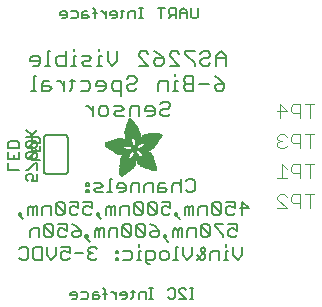
<source format=gbr>
G04 EAGLE Gerber RS-274X export*
G75*
%MOMM*%
%FSLAX34Y34*%
%LPD*%
%INSilkscreen Bottom*%
%IPPOS*%
%AMOC8*
5,1,8,0,0,1.08239X$1,22.5*%
G01*
%ADD10C,0.203200*%
%ADD11C,0.127000*%
%ADD12C,0.152400*%
%ADD13C,0.101600*%
%ADD14R,0.068600X0.007600*%
%ADD15R,0.114300X0.007600*%
%ADD16R,0.152400X0.007700*%
%ADD17R,0.182900X0.007600*%
%ADD18R,0.205700X0.007600*%
%ADD19R,0.228600X0.007600*%
%ADD20R,0.259100X0.007600*%
%ADD21R,0.274300X0.007700*%
%ADD22R,0.289500X0.007600*%
%ADD23R,0.304800X0.007600*%
%ADD24R,0.320100X0.007600*%
%ADD25R,0.342900X0.007600*%
%ADD26R,0.350500X0.007700*%
%ADD27R,0.365800X0.007600*%
%ADD28R,0.381000X0.007600*%
%ADD29R,0.388600X0.007600*%
%ADD30R,0.403800X0.007600*%
%ADD31R,0.419100X0.007700*%
%ADD32R,0.426700X0.007600*%
%ADD33R,0.441900X0.007600*%
%ADD34R,0.449600X0.007600*%
%ADD35R,0.464800X0.007600*%
%ADD36R,0.480000X0.007700*%
%ADD37R,0.487600X0.007600*%
%ADD38R,0.495300X0.007600*%
%ADD39R,0.510500X0.007600*%
%ADD40R,0.518100X0.007600*%
%ADD41R,0.525700X0.007700*%
%ADD42R,0.541000X0.007600*%
%ADD43R,0.548600X0.007600*%
%ADD44R,0.563800X0.007600*%
%ADD45R,0.571500X0.007600*%
%ADD46R,0.579100X0.007700*%
%ADD47R,0.594300X0.007600*%
%ADD48R,0.601900X0.007600*%
%ADD49R,0.609600X0.007600*%
%ADD50R,0.624800X0.007600*%
%ADD51R,0.632400X0.007700*%
%ADD52R,0.640000X0.007600*%
%ADD53R,0.655300X0.007600*%
%ADD54R,0.662900X0.007600*%
%ADD55R,0.678100X0.007600*%
%ADD56R,0.685800X0.007700*%
%ADD57R,0.693400X0.007600*%
%ADD58R,0.708600X0.007600*%
%ADD59R,0.716200X0.007600*%
%ADD60R,0.723900X0.007600*%
%ADD61R,0.739100X0.007700*%
%ADD62R,0.746700X0.007600*%
%ADD63R,0.754300X0.007600*%
%ADD64R,0.769600X0.007600*%
%ADD65R,0.777200X0.007600*%
%ADD66R,0.792400X0.007700*%
%ADD67R,0.800100X0.007600*%
%ADD68R,0.807700X0.007600*%
%ADD69R,0.822900X0.007600*%
%ADD70R,0.830500X0.007600*%
%ADD71R,0.838200X0.007700*%
%ADD72R,0.091500X0.007600*%
%ADD73R,0.853400X0.007600*%
%ADD74R,0.144700X0.007600*%
%ADD75R,0.861000X0.007600*%
%ADD76R,0.190500X0.007600*%
%ADD77R,0.876300X0.007600*%
%ADD78R,0.221000X0.007600*%
%ADD79R,0.883900X0.007600*%
%ADD80R,0.259000X0.007700*%
%ADD81R,0.891500X0.007700*%
%ADD82R,0.289600X0.007600*%
%ADD83R,0.906700X0.007600*%
%ADD84R,0.914400X0.007600*%
%ADD85R,0.350500X0.007600*%
%ADD86R,0.922000X0.007600*%
%ADD87R,0.937200X0.007600*%
%ADD88R,0.411400X0.007700*%
%ADD89R,0.944800X0.007700*%
%ADD90R,0.434300X0.007600*%
%ADD91R,0.952500X0.007600*%
%ADD92R,0.464900X0.007600*%
%ADD93R,0.967700X0.007600*%
%ADD94R,0.975300X0.007600*%
%ADD95R,0.518200X0.007600*%
%ADD96R,0.990600X0.007600*%
%ADD97R,0.548600X0.007700*%
%ADD98R,0.998200X0.007700*%
%ADD99R,1.005800X0.007600*%
%ADD100R,0.594400X0.007600*%
%ADD101R,1.021000X0.007600*%
%ADD102R,0.617200X0.007600*%
%ADD103R,1.028700X0.007600*%
%ADD104R,0.647700X0.007600*%
%ADD105R,1.036300X0.007600*%
%ADD106R,0.670500X0.007700*%
%ADD107R,1.051500X0.007700*%
%ADD108R,1.059100X0.007600*%
%ADD109R,0.716300X0.007600*%
%ADD110R,1.066800X0.007600*%
%ADD111R,0.739100X0.007600*%
%ADD112R,1.074400X0.007600*%
%ADD113R,0.762000X0.007600*%
%ADD114R,1.089600X0.007600*%
%ADD115R,0.784800X0.007700*%
%ADD116R,1.097200X0.007700*%
%ADD117R,1.104900X0.007600*%
%ADD118R,0.830600X0.007600*%
%ADD119R,1.112500X0.007600*%
%ADD120R,0.845800X0.007600*%
%ADD121R,1.120100X0.007600*%
%ADD122R,0.868700X0.007600*%
%ADD123R,1.127700X0.007600*%
%ADD124R,1.135300X0.007700*%
%ADD125R,1.143000X0.007600*%
%ADD126R,0.944900X0.007600*%
%ADD127R,1.150600X0.007600*%
%ADD128R,0.960100X0.007600*%
%ADD129R,1.158200X0.007600*%
%ADD130R,0.983000X0.007600*%
%ADD131R,1.165800X0.007600*%
%ADD132R,1.005900X0.007700*%
%ADD133R,1.173400X0.007700*%
%ADD134R,1.021100X0.007600*%
%ADD135R,1.181100X0.007600*%
%ADD136R,1.044000X0.007600*%
%ADD137R,1.188700X0.007600*%
%ADD138R,1.196300X0.007600*%
%ADD139R,1.082000X0.007600*%
%ADD140R,1.203900X0.007600*%
%ADD141R,1.104900X0.007700*%
%ADD142R,1.211500X0.007700*%
%ADD143R,1.211500X0.007600*%
%ADD144R,1.219200X0.007600*%
%ADD145R,1.226800X0.007600*%
%ADD146R,1.234400X0.007600*%
%ADD147R,1.188700X0.007700*%
%ADD148R,1.242000X0.007700*%
%ADD149R,1.242000X0.007600*%
%ADD150R,1.211600X0.007600*%
%ADD151R,1.249600X0.007600*%
%ADD152R,1.257300X0.007600*%
%ADD153R,1.264900X0.007600*%
%ADD154R,1.242100X0.007700*%
%ADD155R,1.264900X0.007700*%
%ADD156R,1.272500X0.007600*%
%ADD157R,1.265000X0.007600*%
%ADD158R,1.280100X0.007600*%
%ADD159R,1.272600X0.007600*%
%ADD160R,1.287700X0.007600*%
%ADD161R,1.287800X0.007600*%
%ADD162R,1.295400X0.007700*%
%ADD163R,1.303000X0.007600*%
%ADD164R,1.318200X0.007600*%
%ADD165R,1.310600X0.007600*%
%ADD166R,1.325900X0.007600*%
%ADD167R,1.341100X0.007700*%
%ADD168R,1.318200X0.007700*%
%ADD169R,1.341100X0.007600*%
%ADD170R,1.325800X0.007600*%
%ADD171R,1.348700X0.007600*%
%ADD172R,1.364000X0.007600*%
%ADD173R,1.333500X0.007600*%
%ADD174R,1.371600X0.007700*%
%ADD175R,1.379200X0.007600*%
%ADD176R,1.379300X0.007600*%
%ADD177R,1.386900X0.007600*%
%ADD178R,1.394500X0.007600*%
%ADD179R,1.356300X0.007600*%
%ADD180R,1.394400X0.007700*%
%ADD181R,1.356300X0.007700*%
%ADD182R,1.402000X0.007600*%
%ADD183R,1.409700X0.007600*%
%ADD184R,1.363900X0.007600*%
%ADD185R,1.417300X0.007600*%
%ADD186R,1.371600X0.007600*%
%ADD187R,1.424900X0.007700*%
%ADD188R,1.424900X0.007600*%
%ADD189R,1.432600X0.007600*%
%ADD190R,1.440200X0.007600*%
%ADD191R,1.386800X0.007600*%
%ADD192R,1.447800X0.007700*%
%ADD193R,1.386800X0.007700*%
%ADD194R,1.447800X0.007600*%
%ADD195R,1.455500X0.007600*%
%ADD196R,1.394400X0.007600*%
%ADD197R,1.463100X0.007600*%
%ADD198R,1.455400X0.007700*%
%ADD199R,1.463000X0.007600*%
%ADD200R,1.470600X0.007600*%
%ADD201R,1.470600X0.007700*%
%ADD202R,1.409700X0.007700*%
%ADD203R,1.470700X0.007600*%
%ADD204R,1.402100X0.007600*%
%ADD205R,1.478300X0.007600*%
%ADD206R,1.478300X0.007700*%
%ADD207R,1.402100X0.007700*%
%ADD208R,1.485900X0.007600*%
%ADD209R,1.485900X0.007700*%
%ADD210R,1.493500X0.007700*%
%ADD211R,1.493500X0.007600*%
%ADD212R,1.394500X0.007700*%
%ADD213R,1.493600X0.007700*%
%ADD214R,1.386900X0.007700*%
%ADD215R,1.379200X0.007700*%
%ADD216R,2.857500X0.007700*%
%ADD217R,2.857500X0.007600*%
%ADD218R,2.849900X0.007600*%
%ADD219R,2.842300X0.007600*%
%ADD220R,2.834700X0.007700*%
%ADD221R,2.827000X0.007600*%
%ADD222R,2.819400X0.007600*%
%ADD223R,2.811800X0.007600*%
%ADD224R,2.811800X0.007700*%
%ADD225R,2.804100X0.007600*%
%ADD226R,2.796500X0.007600*%
%ADD227R,1.966000X0.007600*%
%ADD228R,1.943100X0.007600*%
%ADD229R,0.754400X0.007600*%
%ADD230R,1.927900X0.007700*%
%ADD231R,0.746700X0.007700*%
%ADD232R,1.912600X0.007600*%
%ADD233R,0.731500X0.007600*%
%ADD234R,1.905000X0.007600*%
%ADD235R,1.882200X0.007600*%
%ADD236R,1.874600X0.007600*%
%ADD237R,1.866900X0.007700*%
%ADD238R,0.708700X0.007700*%
%ADD239R,1.851600X0.007600*%
%ADD240R,0.701100X0.007600*%
%ADD241R,1.844000X0.007600*%
%ADD242R,1.836400X0.007600*%
%ADD243R,1.821200X0.007600*%
%ADD244R,0.685800X0.007600*%
%ADD245R,1.813500X0.007700*%
%ADD246R,1.805900X0.007600*%
%ADD247R,0.678200X0.007600*%
%ADD248R,1.790700X0.007600*%
%ADD249R,0.670600X0.007600*%
%ADD250R,1.775500X0.007600*%
%ADD251R,1.767900X0.007700*%
%ADD252R,0.663000X0.007700*%
%ADD253R,1.760200X0.007600*%
%ADD254R,1.752600X0.007600*%
%ADD255R,0.937300X0.007600*%
%ADD256R,0.792500X0.007600*%
%ADD257R,0.899100X0.007600*%
%ADD258R,0.883900X0.007700*%
%ADD259R,0.716300X0.007700*%
%ADD260R,0.647700X0.007700*%
%ADD261R,0.640100X0.007600*%
%ADD262R,0.632500X0.007600*%
%ADD263R,0.655400X0.007600*%
%ADD264R,0.632400X0.007600*%
%ADD265R,0.845800X0.007700*%
%ADD266R,0.617200X0.007700*%
%ADD267R,0.624800X0.007700*%
%ADD268R,0.602000X0.007600*%
%ADD269R,0.838200X0.007600*%
%ADD270R,0.586700X0.007600*%
%ADD271R,0.548700X0.007600*%
%ADD272R,0.830500X0.007700*%
%ADD273R,0.541000X0.007700*%
%ADD274R,0.594300X0.007700*%
%ADD275R,0.525800X0.007600*%
%ADD276R,0.586800X0.007600*%
%ADD277R,0.815300X0.007600*%
%ADD278R,0.579200X0.007600*%
%ADD279R,0.815400X0.007600*%
%ADD280R,0.815400X0.007700*%
%ADD281R,0.571500X0.007700*%
%ADD282R,0.807800X0.007600*%
%ADD283R,0.563900X0.007600*%
%ADD284R,0.457200X0.007600*%
%ADD285R,0.442000X0.007600*%
%ADD286R,0.556300X0.007600*%
%ADD287R,0.807700X0.007700*%
%ADD288R,0.411500X0.007600*%
%ADD289R,0.533400X0.007600*%
%ADD290R,0.076200X0.007600*%
%ADD291R,0.403900X0.007600*%
%ADD292R,0.525700X0.007600*%
%ADD293R,0.388700X0.007600*%
%ADD294R,0.297200X0.007600*%
%ADD295R,0.373400X0.007700*%
%ADD296R,0.503000X0.007700*%
%ADD297R,0.426800X0.007700*%
%ADD298R,0.358100X0.007600*%
%ADD299R,0.502900X0.007600*%
%ADD300R,0.472400X0.007600*%
%ADD301R,0.487700X0.007600*%
%ADD302R,0.335300X0.007600*%
%ADD303R,0.792500X0.007700*%
%ADD304R,0.327600X0.007700*%
%ADD305R,0.472400X0.007700*%
%ADD306R,0.640000X0.007700*%
%ADD307R,0.784800X0.007600*%
%ADD308R,0.320000X0.007600*%
%ADD309R,0.792400X0.007600*%
%ADD310R,1.173400X0.007600*%
%ADD311R,1.196400X0.007600*%
%ADD312R,0.784900X0.007600*%
%ADD313R,0.784900X0.007700*%
%ADD314R,0.297200X0.007700*%
%ADD315R,1.249700X0.007600*%
%ADD316R,0.281900X0.007600*%
%ADD317R,1.295400X0.007600*%
%ADD318R,0.266700X0.007600*%
%ADD319R,0.777300X0.007700*%
%ADD320R,0.266700X0.007700*%
%ADD321R,1.333500X0.007700*%
%ADD322R,0.777300X0.007600*%
%ADD323R,1.348800X0.007600*%
%ADD324R,0.251500X0.007600*%
%ADD325R,0.243900X0.007700*%
%ADD326R,0.243900X0.007600*%
%ADD327R,1.440100X0.007600*%
%ADD328R,0.236200X0.007600*%
%ADD329R,0.762000X0.007700*%
%ADD330R,0.236200X0.007700*%
%ADD331R,1.508700X0.007700*%
%ADD332R,1.531600X0.007600*%
%ADD333R,1.546900X0.007600*%
%ADD334R,1.569700X0.007600*%
%ADD335R,1.585000X0.007600*%
%ADD336R,0.746800X0.007700*%
%ADD337R,1.607800X0.007700*%
%ADD338R,0.243800X0.007600*%
%ADD339R,1.630700X0.007600*%
%ADD340R,1.653500X0.007600*%
%ADD341R,0.739200X0.007600*%
%ADD342R,1.684000X0.007600*%
%ADD343R,2.019300X0.007600*%
%ADD344R,0.731500X0.007700*%
%ADD345R,2.026900X0.007700*%
%ADD346R,2.049800X0.007600*%
%ADD347R,2.057400X0.007600*%
%ADD348R,0.708700X0.007600*%
%ADD349R,2.072600X0.007600*%
%ADD350R,0.701000X0.007600*%
%ADD351R,2.095500X0.007600*%
%ADD352R,0.693500X0.007700*%
%ADD353R,2.110800X0.007700*%
%ADD354R,2.141200X0.007600*%
%ADD355R,0.060900X0.007600*%
%ADD356R,2.872700X0.007600*%
%ADD357R,3.124200X0.007600*%
%ADD358R,3.177600X0.007600*%
%ADD359R,3.215600X0.007700*%
%ADD360R,3.253700X0.007600*%
%ADD361R,3.284300X0.007600*%
%ADD362R,3.314700X0.007600*%
%ADD363R,3.352800X0.007600*%
%ADD364R,3.375600X0.007700*%
%ADD365R,3.406200X0.007600*%
%ADD366R,3.429000X0.007600*%
%ADD367R,3.451800X0.007600*%
%ADD368R,3.482400X0.007600*%
%ADD369R,1.828800X0.007700*%
%ADD370R,1.539300X0.007700*%
%ADD371R,1.767900X0.007600*%
%ADD372R,1.767800X0.007600*%
%ADD373R,1.760200X0.007700*%
%ADD374R,1.760300X0.007600*%
%ADD375R,1.775400X0.007700*%
%ADD376R,1.379300X0.007700*%
%ADD377R,1.783000X0.007600*%
%ADD378R,1.813500X0.007600*%
%ADD379R,1.821100X0.007700*%
%ADD380R,0.503000X0.007600*%
%ADD381R,1.135400X0.007600*%
%ADD382R,1.127700X0.007700*%
%ADD383R,0.487700X0.007700*%
%ADD384R,1.120200X0.007600*%
%ADD385R,1.097300X0.007600*%
%ADD386R,0.510600X0.007600*%
%ADD387R,1.074400X0.007700*%
%ADD388R,0.525800X0.007700*%
%ADD389R,1.440200X0.007700*%
%ADD390R,1.059200X0.007600*%
%ADD391R,1.051600X0.007600*%
%ADD392R,1.051500X0.007600*%
%ADD393R,1.043900X0.007700*%
%ADD394R,0.602000X0.007700*%
%ADD395R,1.524000X0.007600*%
%ADD396R,1.539300X0.007600*%
%ADD397R,1.592600X0.007600*%
%ADD398R,1.021100X0.007700*%
%ADD399R,1.615400X0.007700*%
%ADD400R,1.013400X0.007600*%
%ADD401R,1.653600X0.007600*%
%ADD402R,1.013500X0.007600*%
%ADD403R,1.699300X0.007600*%
%ADD404R,2.743200X0.007600*%
%ADD405R,1.005900X0.007600*%
%ADD406R,2.415500X0.007600*%
%ADD407R,1.005800X0.007700*%
%ADD408R,0.281900X0.007700*%
%ADD409R,2.408000X0.007700*%
%ADD410R,2.407900X0.007600*%
%ADD411R,0.998200X0.007600*%
%ADD412R,0.282000X0.007600*%
%ADD413R,0.998300X0.007600*%
%ADD414R,2.400300X0.007600*%
%ADD415R,0.289500X0.007700*%
%ADD416R,2.400300X0.007700*%
%ADD417R,0.297100X0.007600*%
%ADD418R,0.312400X0.007600*%
%ADD419R,2.392700X0.007600*%
%ADD420R,0.990600X0.007700*%
%ADD421R,0.327700X0.007700*%
%ADD422R,2.392700X0.007700*%
%ADD423R,2.385100X0.007600*%
%ADD424R,0.381000X0.007700*%
%ADD425R,2.377400X0.007700*%
%ADD426R,2.377400X0.007600*%
%ADD427R,2.369800X0.007600*%
%ADD428R,0.419100X0.007600*%
%ADD429R,2.362200X0.007600*%
%ADD430R,0.426800X0.007600*%
%ADD431R,1.036300X0.007700*%
%ADD432R,0.442000X0.007700*%
%ADD433R,2.354600X0.007700*%
%ADD434R,2.354600X0.007600*%
%ADD435R,0.480100X0.007600*%
%ADD436R,2.347000X0.007600*%
%ADD437R,1.074500X0.007600*%
%ADD438R,2.339400X0.007600*%
%ADD439R,1.082100X0.007700*%
%ADD440R,0.548700X0.007700*%
%ADD441R,2.331800X0.007700*%
%ADD442R,2.331800X0.007600*%
%ADD443R,0.624900X0.007600*%
%ADD444R,2.324100X0.007600*%
%ADD445R,1.859300X0.007600*%
%ADD446R,2.308800X0.007600*%
%ADD447R,2.301200X0.007700*%
%ADD448R,2.301200X0.007600*%
%ADD449R,2.293600X0.007600*%
%ADD450R,2.278400X0.007600*%
%ADD451R,1.889800X0.007600*%
%ADD452R,2.270700X0.007600*%
%ADD453R,1.897400X0.007700*%
%ADD454R,2.255500X0.007700*%
%ADD455R,1.897400X0.007600*%
%ADD456R,2.247900X0.007600*%
%ADD457R,2.232600X0.007600*%
%ADD458R,1.912700X0.007600*%
%ADD459R,2.209800X0.007600*%
%ADD460R,1.920300X0.007600*%
%ADD461R,2.186900X0.007600*%
%ADD462R,1.920300X0.007700*%
%ADD463R,2.171700X0.007700*%
%ADD464R,1.935500X0.007600*%
%ADD465R,2.148800X0.007600*%
%ADD466R,2.126000X0.007600*%
%ADD467R,1.950700X0.007600*%
%ADD468R,1.958400X0.007700*%
%ADD469R,2.042200X0.007700*%
%ADD470R,1.973600X0.007600*%
%ADD471R,1.996500X0.007600*%
%ADD472R,1.981200X0.007600*%
%ADD473R,1.988800X0.007600*%
%ADD474R,1.996400X0.007700*%
%ADD475R,1.996400X0.007600*%
%ADD476R,2.004100X0.007600*%
%ADD477R,1.874500X0.007600*%
%ADD478R,1.425000X0.007600*%
%ADD479R,2.026900X0.007600*%
%ADD480R,0.434400X0.007700*%
%ADD481R,1.364000X0.007700*%
%ADD482R,2.034500X0.007600*%
%ADD483R,0.434400X0.007600*%
%ADD484R,2.049700X0.007600*%
%ADD485R,2.065000X0.007700*%
%ADD486R,0.464800X0.007700*%
%ADD487R,1.196300X0.007700*%
%ADD488R,2.080300X0.007600*%
%ADD489R,1.158300X0.007600*%
%ADD490R,2.087900X0.007600*%
%ADD491R,0.472500X0.007600*%
%ADD492R,2.103100X0.007600*%
%ADD493R,2.118400X0.007600*%
%ADD494R,2.133600X0.007600*%
%ADD495R,2.148800X0.007700*%
%ADD496R,2.164000X0.007600*%
%ADD497R,2.171700X0.007600*%
%ADD498R,2.187000X0.007600*%
%ADD499R,0.556200X0.007600*%
%ADD500R,2.202200X0.007700*%
%ADD501R,0.556200X0.007700*%
%ADD502R,0.640100X0.007700*%
%ADD503R,0.579100X0.007600*%
%ADD504R,0.480000X0.007600*%
%ADD505R,1.752600X0.007700*%
%ADD506R,0.487600X0.007700*%
%ADD507R,0.594400X0.007700*%
%ADD508R,0.358100X0.007700*%
%ADD509R,0.099000X0.007600*%
%ADD510R,1.280200X0.007600*%
%ADD511R,1.745000X0.007600*%
%ADD512R,1.744900X0.007600*%
%ADD513R,1.737300X0.007700*%
%ADD514R,1.737400X0.007600*%
%ADD515R,1.729800X0.007600*%
%ADD516R,1.722200X0.007600*%
%ADD517R,1.722100X0.007600*%
%ADD518R,1.714500X0.007700*%
%ADD519R,1.356400X0.007700*%
%ADD520R,1.706900X0.007600*%
%ADD521R,1.356400X0.007600*%
%ADD522R,1.691700X0.007600*%
%ADD523R,1.668800X0.007700*%
%ADD524R,1.645900X0.007600*%
%ADD525R,1.623100X0.007600*%
%ADD526R,1.577400X0.007600*%
%ADD527R,1.554400X0.007600*%
%ADD528R,1.539200X0.007600*%
%ADD529R,1.524000X0.007700*%
%ADD530R,1.501100X0.007600*%
%ADD531R,1.455400X0.007600*%
%ADD532R,1.348800X0.007700*%
%ADD533R,1.318300X0.007600*%
%ADD534R,1.310600X0.007700*%
%ADD535R,1.287800X0.007700*%
%ADD536R,1.234500X0.007600*%
%ADD537R,1.226900X0.007600*%
%ADD538R,1.173500X0.007700*%
%ADD539R,1.173500X0.007600*%
%ADD540R,1.165900X0.007600*%
%ADD541R,1.143000X0.007700*%
%ADD542R,1.127800X0.007600*%
%ADD543R,1.097200X0.007600*%
%ADD544R,1.028700X0.007700*%
%ADD545R,0.982900X0.007600*%
%ADD546R,0.952500X0.007700*%
%ADD547R,0.929600X0.007600*%
%ADD548R,0.906800X0.007700*%
%ADD549R,0.906800X0.007600*%
%ADD550R,0.899200X0.007600*%
%ADD551R,0.884000X0.007600*%
%ADD552R,0.876300X0.007700*%
%ADD553R,0.830600X0.007700*%
%ADD554R,0.754400X0.007700*%
%ADD555R,0.746800X0.007600*%
%ADD556R,0.708600X0.007700*%
%ADD557R,0.678200X0.007700*%
%ADD558R,0.663000X0.007600*%
%ADD559R,0.632500X0.007700*%
%ADD560R,0.556300X0.007700*%
%ADD561R,0.518200X0.007700*%
%ADD562R,0.434300X0.007700*%
%ADD563R,0.396300X0.007700*%
%ADD564R,0.373300X0.007600*%
%ADD565R,0.365700X0.007600*%
%ADD566R,0.327700X0.007600*%
%ADD567R,0.304800X0.007700*%
%ADD568R,0.274300X0.007600*%
%ADD569R,0.243800X0.007700*%
%ADD570R,0.205800X0.007600*%
%ADD571R,0.152400X0.007600*%
%ADD572R,0.121900X0.007700*%


D10*
X218736Y201930D02*
X218736Y210065D01*
X214669Y214132D01*
X210601Y210065D01*
X210601Y201930D01*
X210601Y208031D02*
X218736Y208031D01*
X199538Y214132D02*
X197504Y212099D01*
X199538Y214132D02*
X203605Y214132D01*
X205639Y212099D01*
X205639Y210065D01*
X203605Y208031D01*
X199538Y208031D01*
X197504Y205997D01*
X197504Y203964D01*
X199538Y201930D01*
X203605Y201930D01*
X205639Y203964D01*
X192542Y214132D02*
X184407Y214132D01*
X184407Y212099D01*
X192542Y203964D01*
X192542Y201930D01*
X179445Y201930D02*
X171310Y201930D01*
X179445Y201930D02*
X171310Y210065D01*
X171310Y212099D01*
X173343Y214132D01*
X177411Y214132D01*
X179445Y212099D01*
X162280Y212099D02*
X158212Y214132D01*
X162280Y212099D02*
X166347Y208031D01*
X166347Y203964D01*
X164314Y201930D01*
X160246Y201930D01*
X158212Y203964D01*
X158212Y205997D01*
X160246Y208031D01*
X166347Y208031D01*
X153250Y201930D02*
X145115Y201930D01*
X153250Y201930D02*
X145115Y210065D01*
X145115Y212099D01*
X147149Y214132D01*
X151216Y214132D01*
X153250Y212099D01*
X127056Y214132D02*
X127056Y205997D01*
X122988Y201930D01*
X118921Y205997D01*
X118921Y214132D01*
X113958Y210065D02*
X111925Y210065D01*
X111925Y201930D01*
X113958Y201930D02*
X109891Y201930D01*
X111925Y214132D02*
X111925Y216166D01*
X105227Y201930D02*
X99126Y201930D01*
X97092Y203964D01*
X99126Y205997D01*
X103193Y205997D01*
X105227Y208031D01*
X103193Y210065D01*
X97092Y210065D01*
X92130Y210065D02*
X90096Y210065D01*
X90096Y201930D01*
X92130Y201930D02*
X88062Y201930D01*
X90096Y214132D02*
X90096Y216166D01*
X83398Y214132D02*
X83398Y201930D01*
X77297Y201930D01*
X75263Y203964D01*
X75263Y208031D01*
X77297Y210065D01*
X83398Y210065D01*
X70301Y214132D02*
X68267Y214132D01*
X68267Y201930D01*
X70301Y201930D02*
X66233Y201930D01*
X59536Y201930D02*
X55468Y201930D01*
X59536Y201930D02*
X61569Y203964D01*
X61569Y208031D01*
X59536Y210065D01*
X55468Y210065D01*
X53434Y208031D01*
X53434Y205997D01*
X61569Y205997D01*
X209510Y192796D02*
X213577Y190763D01*
X217645Y186695D01*
X217645Y182628D01*
X215611Y180594D01*
X211544Y180594D01*
X209510Y182628D01*
X209510Y184661D01*
X211544Y186695D01*
X217645Y186695D01*
X204548Y186695D02*
X196413Y186695D01*
X191450Y180594D02*
X191450Y192796D01*
X185349Y192796D01*
X183315Y190763D01*
X183315Y188729D01*
X185349Y186695D01*
X183315Y184661D01*
X183315Y182628D01*
X185349Y180594D01*
X191450Y180594D01*
X191450Y186695D02*
X185349Y186695D01*
X178353Y188729D02*
X176319Y188729D01*
X176319Y180594D01*
X174286Y180594D02*
X178353Y180594D01*
X176319Y192796D02*
X176319Y194830D01*
X169622Y188729D02*
X169622Y180594D01*
X169622Y188729D02*
X163520Y188729D01*
X161487Y186695D01*
X161487Y180594D01*
X137326Y192796D02*
X135292Y190763D01*
X137326Y192796D02*
X141393Y192796D01*
X143427Y190763D01*
X143427Y188729D01*
X141393Y186695D01*
X137326Y186695D01*
X135292Y184661D01*
X135292Y182628D01*
X137326Y180594D01*
X141393Y180594D01*
X143427Y182628D01*
X130330Y176527D02*
X130330Y188729D01*
X124229Y188729D01*
X122195Y186695D01*
X122195Y182628D01*
X124229Y180594D01*
X130330Y180594D01*
X115199Y180594D02*
X111131Y180594D01*
X115199Y180594D02*
X117233Y182628D01*
X117233Y186695D01*
X115199Y188729D01*
X111131Y188729D01*
X109098Y186695D01*
X109098Y184661D01*
X117233Y184661D01*
X102102Y188729D02*
X96000Y188729D01*
X102102Y188729D02*
X104135Y186695D01*
X104135Y182628D01*
X102102Y180594D01*
X96000Y180594D01*
X89004Y182628D02*
X89004Y190763D01*
X89004Y182628D02*
X86971Y180594D01*
X86971Y188729D02*
X91038Y188729D01*
X82307Y188729D02*
X82307Y180594D01*
X82307Y184661D02*
X78239Y188729D01*
X76205Y188729D01*
X69359Y188729D02*
X65291Y188729D01*
X63257Y186695D01*
X63257Y180594D01*
X69359Y180594D01*
X71392Y182628D01*
X69359Y184661D01*
X63257Y184661D01*
X58295Y192796D02*
X56261Y192796D01*
X56261Y180594D01*
X54228Y180594D02*
X58295Y180594D01*
X163669Y169427D02*
X165703Y171460D01*
X169771Y171460D01*
X171804Y169427D01*
X171804Y167393D01*
X169771Y165359D01*
X165703Y165359D01*
X163669Y163325D01*
X163669Y161292D01*
X165703Y159258D01*
X169771Y159258D01*
X171804Y161292D01*
X156673Y159258D02*
X152606Y159258D01*
X156673Y159258D02*
X158707Y161292D01*
X158707Y165359D01*
X156673Y167393D01*
X152606Y167393D01*
X150572Y165359D01*
X150572Y163325D01*
X158707Y163325D01*
X145610Y159258D02*
X145610Y167393D01*
X139509Y167393D01*
X137475Y165359D01*
X137475Y159258D01*
X132513Y159258D02*
X126411Y159258D01*
X124378Y161292D01*
X126411Y163325D01*
X130479Y163325D01*
X132513Y165359D01*
X130479Y167393D01*
X124378Y167393D01*
X117382Y159258D02*
X113314Y159258D01*
X111280Y161292D01*
X111280Y165359D01*
X113314Y167393D01*
X117382Y167393D01*
X119415Y165359D01*
X119415Y161292D01*
X117382Y159258D01*
X106318Y159258D02*
X106318Y167393D01*
X102251Y167393D02*
X106318Y163325D01*
X102251Y167393D02*
X100217Y167393D01*
D11*
X59063Y110179D02*
X59063Y104247D01*
X54614Y104247D01*
X56097Y107213D01*
X56097Y108696D01*
X54614Y110179D01*
X51648Y110179D01*
X50165Y108696D01*
X50165Y105730D01*
X51648Y104247D01*
X59063Y113602D02*
X59063Y119534D01*
X57580Y119534D01*
X51648Y113602D01*
X50165Y113602D01*
X51648Y122957D02*
X57580Y122957D01*
X59063Y124440D01*
X59063Y127406D01*
X57580Y128889D01*
X51648Y128889D01*
X50165Y127406D01*
X50165Y124440D01*
X51648Y122957D01*
X57580Y128889D01*
X57580Y132313D02*
X51648Y132313D01*
X57580Y132313D02*
X59063Y133795D01*
X59063Y136761D01*
X57580Y138244D01*
X51648Y138244D01*
X50165Y136761D01*
X50165Y133795D01*
X51648Y132313D01*
X57580Y138244D01*
X59063Y141668D02*
X50165Y141668D01*
X53131Y141668D02*
X59063Y147599D01*
X54614Y143151D02*
X50165Y147599D01*
X43823Y113602D02*
X34925Y113602D01*
X34925Y119534D01*
X43823Y122957D02*
X43823Y128889D01*
X43823Y122957D02*
X34925Y122957D01*
X34925Y128889D01*
X39374Y125923D02*
X39374Y122957D01*
X43823Y132313D02*
X34925Y132313D01*
X34925Y136761D01*
X36408Y138244D01*
X42340Y138244D01*
X43823Y136761D01*
X43823Y132313D01*
X195284Y243418D02*
X195284Y250833D01*
X195284Y243418D02*
X193801Y241935D01*
X190835Y241935D01*
X189352Y243418D01*
X189352Y250833D01*
X185929Y247867D02*
X185929Y241935D01*
X185929Y247867D02*
X182963Y250833D01*
X179997Y247867D01*
X179997Y241935D01*
X179997Y246384D02*
X185929Y246384D01*
X176574Y241935D02*
X176574Y250833D01*
X172125Y250833D01*
X170642Y249350D01*
X170642Y246384D01*
X172125Y244901D01*
X176574Y244901D01*
X173608Y244901D02*
X170642Y241935D01*
X164253Y241935D02*
X164253Y250833D01*
X167219Y250833D02*
X161287Y250833D01*
X148508Y241935D02*
X145542Y241935D01*
X147025Y241935D02*
X147025Y250833D01*
X148508Y250833D02*
X145542Y250833D01*
X142271Y247867D02*
X142271Y241935D01*
X142271Y247867D02*
X137823Y247867D01*
X136340Y246384D01*
X136340Y241935D01*
X131433Y243418D02*
X131433Y249350D01*
X131433Y243418D02*
X129950Y241935D01*
X129950Y247867D02*
X132916Y247867D01*
X125197Y241935D02*
X122231Y241935D01*
X125197Y241935D02*
X126679Y243418D01*
X126679Y246384D01*
X125197Y247867D01*
X122231Y247867D01*
X120748Y246384D01*
X120748Y244901D01*
X126679Y244901D01*
X117324Y241935D02*
X117324Y247867D01*
X117324Y244901D02*
X114358Y247867D01*
X112876Y247867D01*
X108045Y249350D02*
X108045Y241935D01*
X108045Y249350D02*
X106562Y250833D01*
X106562Y246384D02*
X109528Y246384D01*
X101809Y247867D02*
X98843Y247867D01*
X97360Y246384D01*
X97360Y241935D01*
X101809Y241935D01*
X103292Y243418D01*
X101809Y244901D01*
X97360Y244901D01*
X92453Y247867D02*
X88005Y247867D01*
X92453Y247867D02*
X93936Y246384D01*
X93936Y243418D01*
X92453Y241935D01*
X88005Y241935D01*
X83098Y241935D02*
X80132Y241935D01*
X83098Y241935D02*
X84581Y243418D01*
X84581Y246384D01*
X83098Y247867D01*
X80132Y247867D01*
X78649Y246384D01*
X78649Y244901D01*
X84581Y244901D01*
X188622Y4445D02*
X191587Y4445D01*
X190104Y4445D02*
X190104Y13343D01*
X188622Y13343D02*
X191587Y13343D01*
X185351Y4445D02*
X179419Y4445D01*
X185351Y4445D02*
X179419Y10377D01*
X179419Y11860D01*
X180902Y13343D01*
X183868Y13343D01*
X185351Y11860D01*
X171547Y13343D02*
X170064Y11860D01*
X171547Y13343D02*
X174513Y13343D01*
X175995Y11860D01*
X175995Y5928D01*
X174513Y4445D01*
X171547Y4445D01*
X170064Y5928D01*
X157285Y4445D02*
X154319Y4445D01*
X155802Y4445D02*
X155802Y13343D01*
X157285Y13343D02*
X154319Y13343D01*
X151048Y10377D02*
X151048Y4445D01*
X151048Y10377D02*
X146599Y10377D01*
X145117Y8894D01*
X145117Y4445D01*
X140210Y5928D02*
X140210Y11860D01*
X140210Y5928D02*
X138727Y4445D01*
X138727Y10377D02*
X141693Y10377D01*
X133973Y4445D02*
X131008Y4445D01*
X133973Y4445D02*
X135456Y5928D01*
X135456Y8894D01*
X133973Y10377D01*
X131008Y10377D01*
X129525Y8894D01*
X129525Y7411D01*
X135456Y7411D01*
X126101Y4445D02*
X126101Y10377D01*
X126101Y7411D02*
X123135Y10377D01*
X121652Y10377D01*
X116822Y11860D02*
X116822Y4445D01*
X116822Y11860D02*
X115339Y13343D01*
X115339Y8894D02*
X118305Y8894D01*
X110585Y10377D02*
X107620Y10377D01*
X106137Y8894D01*
X106137Y4445D01*
X110585Y4445D01*
X112068Y5928D01*
X110585Y7411D01*
X106137Y7411D01*
X101230Y10377D02*
X96781Y10377D01*
X101230Y10377D02*
X102713Y8894D01*
X102713Y5928D01*
X101230Y4445D01*
X96781Y4445D01*
X91875Y4445D02*
X88909Y4445D01*
X91875Y4445D02*
X93358Y5928D01*
X93358Y8894D01*
X91875Y10377D01*
X88909Y10377D01*
X87426Y8894D01*
X87426Y7411D01*
X93358Y7411D01*
D12*
X185078Y104063D02*
X186943Y105928D01*
X190671Y105928D01*
X192535Y104063D01*
X192535Y96606D01*
X190671Y94742D01*
X186943Y94742D01*
X185078Y96606D01*
X180842Y94742D02*
X180842Y105928D01*
X178977Y102199D02*
X180842Y100335D01*
X178977Y102199D02*
X175249Y102199D01*
X173384Y100335D01*
X173384Y94742D01*
X167283Y102199D02*
X163555Y102199D01*
X161691Y100335D01*
X161691Y94742D01*
X167283Y94742D01*
X169148Y96606D01*
X167283Y98471D01*
X161691Y98471D01*
X157454Y102199D02*
X157454Y94742D01*
X157454Y102199D02*
X151861Y102199D01*
X149997Y100335D01*
X149997Y94742D01*
X145760Y94742D02*
X145760Y102199D01*
X140167Y102199D01*
X138303Y100335D01*
X138303Y94742D01*
X132201Y94742D02*
X128473Y94742D01*
X132201Y94742D02*
X134066Y96606D01*
X134066Y100335D01*
X132201Y102199D01*
X128473Y102199D01*
X126609Y100335D01*
X126609Y98471D01*
X134066Y98471D01*
X122372Y105928D02*
X120507Y105928D01*
X120507Y94742D01*
X118643Y94742D02*
X122372Y94742D01*
X114576Y94742D02*
X108983Y94742D01*
X107119Y96606D01*
X108983Y98471D01*
X112711Y98471D01*
X114576Y100335D01*
X112711Y102199D01*
X107119Y102199D01*
X102882Y102199D02*
X101017Y102199D01*
X101017Y100335D01*
X102882Y100335D01*
X102882Y102199D01*
X102882Y96606D02*
X101017Y96606D01*
X101017Y94742D01*
X102882Y94742D01*
X102882Y96606D01*
X232744Y86878D02*
X232744Y75692D01*
X238337Y81285D02*
X232744Y86878D01*
X230880Y81285D02*
X238337Y81285D01*
X226643Y86878D02*
X219186Y86878D01*
X226643Y86878D02*
X226643Y81285D01*
X222914Y83149D01*
X221050Y83149D01*
X219186Y81285D01*
X219186Y77556D01*
X221050Y75692D01*
X224779Y75692D01*
X226643Y77556D01*
X214949Y77556D02*
X214949Y85013D01*
X213085Y86878D01*
X209356Y86878D01*
X207492Y85013D01*
X207492Y77556D01*
X209356Y75692D01*
X213085Y75692D01*
X214949Y77556D01*
X207492Y85013D01*
X203255Y83149D02*
X203255Y75692D01*
X203255Y83149D02*
X197662Y83149D01*
X195798Y81285D01*
X195798Y75692D01*
X191561Y75692D02*
X191561Y83149D01*
X189697Y83149D01*
X187833Y81285D01*
X187833Y75692D01*
X187833Y81285D02*
X185968Y83149D01*
X184104Y81285D01*
X184104Y75692D01*
X179867Y71964D02*
X176139Y75692D01*
X176139Y77556D01*
X178003Y77556D01*
X178003Y75692D01*
X176139Y75692D01*
X172071Y86878D02*
X164614Y86878D01*
X172071Y86878D02*
X172071Y81285D01*
X168343Y83149D01*
X166478Y83149D01*
X164614Y81285D01*
X164614Y77556D01*
X166478Y75692D01*
X170207Y75692D01*
X172071Y77556D01*
X160377Y77556D02*
X160377Y85013D01*
X158513Y86878D01*
X154784Y86878D01*
X152920Y85013D01*
X152920Y77556D01*
X154784Y75692D01*
X158513Y75692D01*
X160377Y77556D01*
X152920Y85013D01*
X148683Y85013D02*
X148683Y77556D01*
X148683Y85013D02*
X146819Y86878D01*
X143090Y86878D01*
X141226Y85013D01*
X141226Y77556D01*
X143090Y75692D01*
X146819Y75692D01*
X148683Y77556D01*
X141226Y85013D01*
X136989Y83149D02*
X136989Y75692D01*
X136989Y83149D02*
X131396Y83149D01*
X129532Y81285D01*
X129532Y75692D01*
X125295Y75692D02*
X125295Y83149D01*
X123431Y83149D01*
X121567Y81285D01*
X121567Y75692D01*
X121567Y81285D02*
X119703Y83149D01*
X117838Y81285D01*
X117838Y75692D01*
X113601Y71964D02*
X109873Y75692D01*
X109873Y77556D01*
X111737Y77556D01*
X111737Y75692D01*
X109873Y75692D01*
X105805Y86878D02*
X98348Y86878D01*
X105805Y86878D02*
X105805Y81285D01*
X102077Y83149D01*
X100213Y83149D01*
X98348Y81285D01*
X98348Y77556D01*
X100213Y75692D01*
X103941Y75692D01*
X105805Y77556D01*
X94111Y86878D02*
X86654Y86878D01*
X94111Y86878D02*
X94111Y81285D01*
X90383Y83149D01*
X88519Y83149D01*
X86654Y81285D01*
X86654Y77556D01*
X88519Y75692D01*
X92247Y75692D01*
X94111Y77556D01*
X82417Y77556D02*
X82417Y85013D01*
X80553Y86878D01*
X76825Y86878D01*
X74960Y85013D01*
X74960Y77556D01*
X76825Y75692D01*
X80553Y75692D01*
X82417Y77556D01*
X74960Y85013D01*
X70723Y83149D02*
X70723Y75692D01*
X70723Y83149D02*
X65131Y83149D01*
X63266Y81285D01*
X63266Y75692D01*
X59029Y75692D02*
X59029Y83149D01*
X57165Y83149D01*
X55301Y81285D01*
X55301Y75692D01*
X55301Y81285D02*
X53437Y83149D01*
X51572Y81285D01*
X51572Y75692D01*
X47335Y71964D02*
X43607Y75692D01*
X43607Y77556D01*
X45471Y77556D01*
X45471Y75692D01*
X43607Y75692D01*
X221135Y67828D02*
X228592Y67828D01*
X228592Y62235D01*
X224863Y64099D01*
X222999Y64099D01*
X221135Y62235D01*
X221135Y58506D01*
X222999Y56642D01*
X226728Y56642D01*
X228592Y58506D01*
X216898Y67828D02*
X209441Y67828D01*
X209441Y65963D01*
X216898Y58506D01*
X216898Y56642D01*
X205204Y58506D02*
X205204Y65963D01*
X203340Y67828D01*
X199611Y67828D01*
X197747Y65963D01*
X197747Y58506D01*
X199611Y56642D01*
X203340Y56642D01*
X205204Y58506D01*
X197747Y65963D01*
X193510Y64099D02*
X193510Y56642D01*
X193510Y64099D02*
X187917Y64099D01*
X186053Y62235D01*
X186053Y56642D01*
X181816Y56642D02*
X181816Y64099D01*
X179952Y64099D01*
X178088Y62235D01*
X178088Y56642D01*
X178088Y62235D02*
X176223Y64099D01*
X174359Y62235D01*
X174359Y56642D01*
X170122Y52914D02*
X166394Y56642D01*
X166394Y58506D01*
X168258Y58506D01*
X168258Y56642D01*
X166394Y56642D01*
X158598Y65963D02*
X154869Y67828D01*
X158598Y65963D02*
X162326Y62235D01*
X162326Y58506D01*
X160462Y56642D01*
X156733Y56642D01*
X154869Y58506D01*
X154869Y60371D01*
X156733Y62235D01*
X162326Y62235D01*
X150632Y65963D02*
X150632Y58506D01*
X150632Y65963D02*
X148768Y67828D01*
X145039Y67828D01*
X143175Y65963D01*
X143175Y58506D01*
X145039Y56642D01*
X148768Y56642D01*
X150632Y58506D01*
X143175Y65963D01*
X138938Y65963D02*
X138938Y58506D01*
X138938Y65963D02*
X137074Y67828D01*
X133345Y67828D01*
X131481Y65963D01*
X131481Y58506D01*
X133345Y56642D01*
X137074Y56642D01*
X138938Y58506D01*
X131481Y65963D01*
X127244Y64099D02*
X127244Y56642D01*
X127244Y64099D02*
X121651Y64099D01*
X119787Y62235D01*
X119787Y56642D01*
X115550Y56642D02*
X115550Y64099D01*
X113686Y64099D01*
X111822Y62235D01*
X111822Y56642D01*
X111822Y62235D02*
X109958Y64099D01*
X108093Y62235D01*
X108093Y56642D01*
X103856Y52914D02*
X100128Y56642D01*
X100128Y58506D01*
X101992Y58506D01*
X101992Y56642D01*
X100128Y56642D01*
X92332Y65963D02*
X88603Y67828D01*
X92332Y65963D02*
X96060Y62235D01*
X96060Y58506D01*
X94196Y56642D01*
X90468Y56642D01*
X88603Y58506D01*
X88603Y60371D01*
X90468Y62235D01*
X96060Y62235D01*
X84366Y67828D02*
X76909Y67828D01*
X84366Y67828D02*
X84366Y62235D01*
X80638Y64099D01*
X78774Y64099D01*
X76909Y62235D01*
X76909Y58506D01*
X78774Y56642D01*
X82502Y56642D01*
X84366Y58506D01*
X72672Y58506D02*
X72672Y65963D01*
X70808Y67828D01*
X67080Y67828D01*
X65215Y65963D01*
X65215Y58506D01*
X67080Y56642D01*
X70808Y56642D01*
X72672Y58506D01*
X65215Y65963D01*
X60978Y64099D02*
X60978Y56642D01*
X60978Y64099D02*
X55386Y64099D01*
X53521Y62235D01*
X53521Y56642D01*
X232918Y48778D02*
X232918Y41321D01*
X229190Y37592D01*
X225461Y41321D01*
X225461Y48778D01*
X221224Y45049D02*
X219360Y45049D01*
X219360Y37592D01*
X221224Y37592D02*
X217496Y37592D01*
X219360Y48778D02*
X219360Y50642D01*
X213428Y45049D02*
X213428Y37592D01*
X213428Y45049D02*
X207835Y45049D01*
X205971Y43185D01*
X205971Y37592D01*
X198006Y37592D02*
X194277Y41321D01*
X198006Y37592D02*
X199870Y37592D01*
X201734Y39456D01*
X201734Y41321D01*
X198006Y45049D01*
X198006Y46913D01*
X199870Y48778D01*
X201734Y46913D01*
X201734Y45049D01*
X194277Y37592D01*
X190040Y41321D02*
X190040Y48778D01*
X190040Y41321D02*
X186312Y37592D01*
X182583Y41321D01*
X182583Y48778D01*
X178346Y48778D02*
X176482Y48778D01*
X176482Y37592D01*
X178346Y37592D02*
X174618Y37592D01*
X168686Y37592D02*
X164957Y37592D01*
X163093Y39456D01*
X163093Y43185D01*
X164957Y45049D01*
X168686Y45049D01*
X170550Y43185D01*
X170550Y39456D01*
X168686Y37592D01*
X155128Y33864D02*
X153263Y33864D01*
X151399Y35728D01*
X151399Y45049D01*
X156992Y45049D01*
X158856Y43185D01*
X158856Y39456D01*
X156992Y37592D01*
X151399Y37592D01*
X147162Y45049D02*
X145298Y45049D01*
X145298Y37592D01*
X147162Y37592D02*
X143434Y37592D01*
X145298Y48778D02*
X145298Y50642D01*
X137502Y45049D02*
X131909Y45049D01*
X137502Y45049D02*
X139366Y43185D01*
X139366Y39456D01*
X137502Y37592D01*
X131909Y37592D01*
X127672Y45049D02*
X125808Y45049D01*
X125808Y43185D01*
X127672Y43185D01*
X127672Y45049D01*
X127672Y39456D02*
X125808Y39456D01*
X125808Y37592D01*
X127672Y37592D01*
X127672Y39456D01*
X110131Y46913D02*
X108267Y48778D01*
X104539Y48778D01*
X102674Y46913D01*
X102674Y45049D01*
X104539Y43185D01*
X106403Y43185D01*
X104539Y43185D02*
X102674Y41321D01*
X102674Y39456D01*
X104539Y37592D01*
X108267Y37592D01*
X110131Y39456D01*
X98437Y43185D02*
X90980Y43185D01*
X86743Y48778D02*
X79286Y48778D01*
X86743Y48778D02*
X86743Y43185D01*
X83015Y45049D01*
X81151Y45049D01*
X79286Y43185D01*
X79286Y39456D01*
X81151Y37592D01*
X84879Y37592D01*
X86743Y39456D01*
X75049Y41321D02*
X75049Y48778D01*
X75049Y41321D02*
X71321Y37592D01*
X67592Y41321D01*
X67592Y48778D01*
X63356Y48778D02*
X63356Y37592D01*
X57763Y37592D01*
X55898Y39456D01*
X55898Y46913D01*
X57763Y48778D01*
X63356Y48778D01*
X46069Y48778D02*
X44205Y46913D01*
X46069Y48778D02*
X49797Y48778D01*
X51662Y46913D01*
X51662Y39456D01*
X49797Y37592D01*
X46069Y37592D01*
X44205Y39456D01*
D13*
X289875Y106807D02*
X289875Y118501D01*
X293773Y118501D02*
X285977Y118501D01*
X282079Y118501D02*
X282079Y106807D01*
X282079Y118501D02*
X276232Y118501D01*
X274283Y116552D01*
X274283Y112654D01*
X276232Y110705D01*
X282079Y110705D01*
X270385Y114603D02*
X266487Y118501D01*
X266487Y106807D01*
X270385Y106807D02*
X262589Y106807D01*
X289875Y93101D02*
X289875Y81407D01*
X293773Y93101D02*
X285977Y93101D01*
X282079Y93101D02*
X282079Y81407D01*
X282079Y93101D02*
X276232Y93101D01*
X274283Y91152D01*
X274283Y87254D01*
X276232Y85305D01*
X282079Y85305D01*
X270385Y81407D02*
X262589Y81407D01*
X270385Y81407D02*
X262589Y89203D01*
X262589Y91152D01*
X264538Y93101D01*
X268436Y93101D01*
X270385Y91152D01*
X289875Y132207D02*
X289875Y143901D01*
X293773Y143901D02*
X285977Y143901D01*
X282079Y143901D02*
X282079Y132207D01*
X282079Y143901D02*
X276232Y143901D01*
X274283Y141952D01*
X274283Y138054D01*
X276232Y136105D01*
X282079Y136105D01*
X270385Y141952D02*
X268436Y143901D01*
X264538Y143901D01*
X262589Y141952D01*
X262589Y140003D01*
X264538Y138054D01*
X266487Y138054D01*
X264538Y138054D02*
X262589Y136105D01*
X262589Y134156D01*
X264538Y132207D01*
X268436Y132207D01*
X270385Y134156D01*
X289875Y157607D02*
X289875Y169301D01*
X293773Y169301D02*
X285977Y169301D01*
X282079Y169301D02*
X282079Y157607D01*
X282079Y169301D02*
X276232Y169301D01*
X274283Y167352D01*
X274283Y163454D01*
X276232Y161505D01*
X282079Y161505D01*
X264538Y157607D02*
X264538Y169301D01*
X270385Y163454D01*
X262589Y163454D01*
D10*
X85090Y140970D02*
X85090Y113030D01*
X67310Y110490D02*
X67210Y110492D01*
X67111Y110498D01*
X67011Y110508D01*
X66913Y110521D01*
X66814Y110539D01*
X66717Y110560D01*
X66621Y110585D01*
X66525Y110614D01*
X66431Y110647D01*
X66338Y110683D01*
X66247Y110723D01*
X66157Y110767D01*
X66069Y110814D01*
X65983Y110864D01*
X65899Y110918D01*
X65817Y110975D01*
X65738Y111035D01*
X65660Y111099D01*
X65586Y111165D01*
X65514Y111234D01*
X65445Y111306D01*
X65379Y111380D01*
X65315Y111458D01*
X65255Y111537D01*
X65198Y111619D01*
X65144Y111703D01*
X65094Y111789D01*
X65047Y111877D01*
X65003Y111967D01*
X64963Y112058D01*
X64927Y112151D01*
X64894Y112245D01*
X64865Y112341D01*
X64840Y112437D01*
X64819Y112534D01*
X64801Y112633D01*
X64788Y112731D01*
X64778Y112831D01*
X64772Y112930D01*
X64770Y113030D01*
X64770Y140970D02*
X64772Y141070D01*
X64778Y141169D01*
X64788Y141269D01*
X64801Y141367D01*
X64819Y141466D01*
X64840Y141563D01*
X64865Y141659D01*
X64894Y141755D01*
X64927Y141849D01*
X64963Y141942D01*
X65003Y142033D01*
X65047Y142123D01*
X65094Y142211D01*
X65144Y142297D01*
X65198Y142381D01*
X65255Y142463D01*
X65315Y142542D01*
X65379Y142620D01*
X65445Y142694D01*
X65514Y142766D01*
X65586Y142835D01*
X65660Y142901D01*
X65738Y142965D01*
X65817Y143025D01*
X65899Y143082D01*
X65983Y143136D01*
X66069Y143186D01*
X66157Y143233D01*
X66247Y143277D01*
X66338Y143317D01*
X66431Y143353D01*
X66525Y143386D01*
X66621Y143415D01*
X66717Y143440D01*
X66814Y143461D01*
X66913Y143479D01*
X67011Y143492D01*
X67111Y143502D01*
X67210Y143508D01*
X67310Y143510D01*
X82550Y143510D02*
X82650Y143508D01*
X82749Y143502D01*
X82849Y143492D01*
X82947Y143479D01*
X83046Y143461D01*
X83143Y143440D01*
X83239Y143415D01*
X83335Y143386D01*
X83429Y143353D01*
X83522Y143317D01*
X83613Y143277D01*
X83703Y143233D01*
X83791Y143186D01*
X83877Y143136D01*
X83961Y143082D01*
X84043Y143025D01*
X84122Y142965D01*
X84200Y142901D01*
X84274Y142835D01*
X84346Y142766D01*
X84415Y142694D01*
X84481Y142620D01*
X84545Y142542D01*
X84605Y142463D01*
X84662Y142381D01*
X84716Y142297D01*
X84766Y142211D01*
X84813Y142123D01*
X84857Y142033D01*
X84897Y141942D01*
X84933Y141849D01*
X84966Y141755D01*
X84995Y141659D01*
X85020Y141563D01*
X85041Y141466D01*
X85059Y141367D01*
X85072Y141269D01*
X85082Y141169D01*
X85088Y141070D01*
X85090Y140970D01*
X85090Y113030D02*
X85088Y112930D01*
X85082Y112831D01*
X85072Y112731D01*
X85059Y112633D01*
X85041Y112534D01*
X85020Y112437D01*
X84995Y112341D01*
X84966Y112245D01*
X84933Y112151D01*
X84897Y112058D01*
X84857Y111967D01*
X84813Y111877D01*
X84766Y111789D01*
X84716Y111703D01*
X84662Y111619D01*
X84605Y111537D01*
X84545Y111458D01*
X84481Y111380D01*
X84415Y111306D01*
X84346Y111234D01*
X84274Y111165D01*
X84200Y111099D01*
X84122Y111035D01*
X84043Y110975D01*
X83961Y110918D01*
X83877Y110864D01*
X83791Y110814D01*
X83703Y110767D01*
X83613Y110723D01*
X83522Y110683D01*
X83429Y110647D01*
X83335Y110614D01*
X83239Y110585D01*
X83143Y110560D01*
X83046Y110539D01*
X82947Y110521D01*
X82849Y110508D01*
X82749Y110498D01*
X82650Y110492D01*
X82550Y110490D01*
X67310Y110490D01*
X67310Y143510D02*
X82550Y143510D01*
X64770Y140970D02*
X64770Y113030D01*
D12*
X61474Y121820D02*
X54864Y121820D01*
X54864Y126226D01*
X61474Y129304D02*
X61474Y133710D01*
X61474Y129304D02*
X54864Y129304D01*
X54864Y133710D01*
X58169Y131507D02*
X58169Y129304D01*
X61474Y136788D02*
X54864Y136788D01*
X54864Y140093D01*
X55966Y141194D01*
X60372Y141194D01*
X61474Y140093D01*
X61474Y136788D01*
D14*
X130962Y107950D03*
D15*
X130963Y108026D03*
D16*
X131000Y108103D03*
D17*
X131001Y108179D03*
D18*
X130963Y108255D03*
D19*
X131000Y108331D03*
D20*
X131001Y108407D03*
D21*
X131001Y108484D03*
D22*
X131001Y108560D03*
D23*
X131077Y108636D03*
D24*
X131077Y108712D03*
D25*
X131115Y108788D03*
D26*
X131153Y108865D03*
D27*
X131153Y108941D03*
D28*
X131229Y109017D03*
D29*
X131267Y109093D03*
D30*
X131267Y109169D03*
D31*
X131344Y109246D03*
D32*
X131382Y109322D03*
D33*
X131458Y109398D03*
D34*
X131496Y109474D03*
D35*
X131496Y109550D03*
D36*
X131572Y109627D03*
D37*
X131610Y109703D03*
D38*
X131649Y109779D03*
D39*
X131725Y109855D03*
D40*
X131763Y109931D03*
D41*
X131801Y110008D03*
D42*
X131877Y110084D03*
D43*
X131915Y110160D03*
D44*
X131991Y110236D03*
D45*
X132030Y110312D03*
D46*
X132068Y110389D03*
D47*
X132144Y110465D03*
D48*
X132182Y110541D03*
D49*
X132220Y110617D03*
D50*
X132296Y110693D03*
D51*
X132334Y110770D03*
D52*
X132372Y110846D03*
D53*
X132449Y110922D03*
D54*
X132487Y110998D03*
D55*
X132563Y111074D03*
D56*
X132601Y111151D03*
D57*
X132639Y111227D03*
D58*
X132715Y111303D03*
D59*
X132753Y111379D03*
D60*
X132792Y111455D03*
D61*
X132868Y111532D03*
D62*
X132906Y111608D03*
D63*
X132944Y111684D03*
D64*
X133020Y111760D03*
D65*
X133058Y111836D03*
D66*
X133134Y111913D03*
D67*
X133173Y111989D03*
D68*
X133211Y112065D03*
D69*
X133287Y112141D03*
D70*
X133325Y112217D03*
D71*
X133363Y112294D03*
D72*
X158890Y112370D03*
D73*
X133439Y112370D03*
D74*
X158852Y112446D03*
D75*
X133477Y112446D03*
D76*
X158776Y112522D03*
D77*
X133554Y112522D03*
D78*
X158699Y112598D03*
D79*
X133592Y112598D03*
D80*
X158661Y112675D03*
D81*
X133630Y112675D03*
D82*
X158585Y112751D03*
D83*
X133706Y112751D03*
D24*
X158509Y112827D03*
D84*
X133744Y112827D03*
D85*
X158433Y112903D03*
D86*
X133782Y112903D03*
D28*
X158356Y112979D03*
D87*
X133858Y112979D03*
D88*
X158280Y113056D03*
D89*
X133896Y113056D03*
D90*
X158166Y113132D03*
D91*
X133935Y113132D03*
D92*
X158090Y113208D03*
D93*
X134011Y113208D03*
D38*
X158014Y113284D03*
D94*
X134049Y113284D03*
D95*
X157899Y113360D03*
D96*
X134125Y113360D03*
D97*
X157823Y113437D03*
D98*
X134163Y113437D03*
D45*
X157709Y113513D03*
D99*
X134201Y113513D03*
D100*
X157594Y113589D03*
D101*
X134277Y113589D03*
D102*
X157480Y113665D03*
D103*
X134316Y113665D03*
D104*
X157404Y113741D03*
D105*
X134354Y113741D03*
D106*
X157290Y113818D03*
D107*
X134430Y113818D03*
D57*
X157175Y113894D03*
D108*
X134468Y113894D03*
D109*
X157061Y113970D03*
D110*
X134506Y113970D03*
D111*
X156947Y114046D03*
D112*
X134544Y114046D03*
D113*
X156832Y114122D03*
D114*
X134620Y114122D03*
D115*
X156718Y114199D03*
D116*
X134658Y114199D03*
D68*
X156604Y114275D03*
D117*
X134697Y114275D03*
D118*
X156489Y114351D03*
D119*
X134735Y114351D03*
D120*
X156337Y114427D03*
D121*
X134773Y114427D03*
D122*
X156223Y114503D03*
D123*
X134811Y114503D03*
D81*
X156109Y114580D03*
D124*
X134849Y114580D03*
D86*
X155956Y114656D03*
D125*
X134887Y114656D03*
D126*
X155842Y114732D03*
D127*
X134925Y114732D03*
D128*
X155690Y114808D03*
D129*
X134963Y114808D03*
D130*
X155575Y114884D03*
D131*
X135001Y114884D03*
D132*
X155461Y114961D03*
D133*
X135039Y114961D03*
D134*
X155309Y115037D03*
D135*
X135078Y115037D03*
D136*
X155194Y115113D03*
D137*
X135116Y115113D03*
D110*
X155080Y115189D03*
D138*
X135154Y115189D03*
D139*
X154927Y115265D03*
D140*
X135192Y115265D03*
D141*
X154813Y115342D03*
D142*
X135230Y115342D03*
D121*
X154737Y115418D03*
D143*
X135230Y115418D03*
D125*
X154622Y115494D03*
D144*
X135268Y115494D03*
D127*
X154508Y115570D03*
D145*
X135306Y115570D03*
D131*
X154432Y115646D03*
D146*
X135344Y115646D03*
D147*
X154318Y115723D03*
D148*
X135382Y115723D03*
D138*
X154204Y115799D03*
D149*
X135382Y115799D03*
D150*
X154127Y115875D03*
D151*
X135420Y115875D03*
D145*
X154051Y115951D03*
D152*
X135459Y115951D03*
D145*
X153975Y116027D03*
D153*
X135497Y116027D03*
D154*
X153899Y116104D03*
D155*
X135497Y116104D03*
D152*
X153823Y116180D03*
D156*
X135535Y116180D03*
D157*
X153708Y116256D03*
D158*
X135573Y116256D03*
D159*
X153670Y116332D03*
D160*
X135611Y116332D03*
D161*
X153594Y116408D03*
D160*
X135611Y116408D03*
D162*
X153479Y116485D03*
X135649Y116485D03*
D163*
X153441Y116561D03*
X135687Y116561D03*
D164*
X153365Y116637D03*
D163*
X135687Y116637D03*
D164*
X153289Y116713D03*
D165*
X135725Y116713D03*
D166*
X153251Y116789D03*
D165*
X135725Y116789D03*
D167*
X153175Y116866D03*
D168*
X135763Y116866D03*
D169*
X153099Y116942D03*
D170*
X135801Y116942D03*
D171*
X153061Y117018D03*
D170*
X135801Y117018D03*
D172*
X152984Y117094D03*
D173*
X135840Y117094D03*
D172*
X152908Y117170D03*
D173*
X135840Y117170D03*
D174*
X152870Y117247D03*
D167*
X135878Y117247D03*
D175*
X152832Y117323D03*
D169*
X135878Y117323D03*
D176*
X152756Y117399D03*
D171*
X135916Y117399D03*
D177*
X152718Y117475D03*
D171*
X135916Y117475D03*
D178*
X152680Y117551D03*
D179*
X135954Y117551D03*
D180*
X152603Y117628D03*
D181*
X135954Y117628D03*
D182*
X152565Y117704D03*
D179*
X135954Y117704D03*
D183*
X152527Y117780D03*
D184*
X135992Y117780D03*
D183*
X152451Y117856D03*
D184*
X135992Y117856D03*
D185*
X152413Y117932D03*
D186*
X136030Y117932D03*
D187*
X152375Y118009D03*
D174*
X136030Y118009D03*
D188*
X152299Y118085D03*
D186*
X136030Y118085D03*
D189*
X152260Y118161D03*
D175*
X136068Y118161D03*
D190*
X152222Y118237D03*
D175*
X136068Y118237D03*
D190*
X152146Y118313D03*
D191*
X136106Y118313D03*
D192*
X152108Y118390D03*
D193*
X136106Y118390D03*
D194*
X152108Y118466D03*
D191*
X136106Y118466D03*
D194*
X152032Y118542D03*
D191*
X136106Y118542D03*
D195*
X151994Y118618D03*
D196*
X136144Y118618D03*
D197*
X151956Y118694D03*
D196*
X136144Y118694D03*
D198*
X151917Y118771D03*
D180*
X136144Y118771D03*
D199*
X151879Y118847D03*
D182*
X136182Y118847D03*
D200*
X151841Y118923D03*
D182*
X136182Y118923D03*
D199*
X151803Y118999D03*
D182*
X136182Y118999D03*
D200*
X151765Y119075D03*
D182*
X136182Y119075D03*
D201*
X151765Y119152D03*
D202*
X136221Y119152D03*
D203*
X151689Y119228D03*
D204*
X136259Y119228D03*
D205*
X151651Y119304D03*
D204*
X136259Y119304D03*
D205*
X151651Y119380D03*
D204*
X136259Y119380D03*
D205*
X151575Y119456D03*
D204*
X136259Y119456D03*
D206*
X151575Y119533D03*
D207*
X136259Y119533D03*
D208*
X151537Y119609D03*
D183*
X136297Y119609D03*
D205*
X151499Y119685D03*
D183*
X136297Y119685D03*
D208*
X151461Y119761D03*
D183*
X136297Y119761D03*
D208*
X151461Y119837D03*
D183*
X136297Y119837D03*
D209*
X151384Y119914D03*
D202*
X136297Y119914D03*
D208*
X151384Y119990D03*
D183*
X136297Y119990D03*
D208*
X151384Y120066D03*
D183*
X136297Y120066D03*
D208*
X151308Y120142D03*
D204*
X136335Y120142D03*
D208*
X151308Y120218D03*
D204*
X136335Y120218D03*
D210*
X151270Y120295D03*
D207*
X136335Y120295D03*
D208*
X151232Y120371D03*
D204*
X136335Y120371D03*
D208*
X151232Y120447D03*
D204*
X136335Y120447D03*
D211*
X151194Y120523D03*
D204*
X136335Y120523D03*
D208*
X151156Y120599D03*
D204*
X136335Y120599D03*
D209*
X151156Y120676D03*
D212*
X136373Y120676D03*
D211*
X151118Y120752D03*
D178*
X136373Y120752D03*
D208*
X151080Y120828D03*
D178*
X136373Y120828D03*
D208*
X151080Y120904D03*
D178*
X136373Y120904D03*
D208*
X151080Y120980D03*
D178*
X136373Y120980D03*
D213*
X151041Y121057D03*
D214*
X136411Y121057D03*
D208*
X151003Y121133D03*
D177*
X136411Y121133D03*
D208*
X151003Y121209D03*
D177*
X136411Y121209D03*
D211*
X150965Y121285D03*
D177*
X136411Y121285D03*
D208*
X150927Y121361D03*
D175*
X136449Y121361D03*
D209*
X150927Y121438D03*
D215*
X136449Y121438D03*
D211*
X150889Y121514D03*
D175*
X136449Y121514D03*
D208*
X150851Y121590D03*
D175*
X136449Y121590D03*
D208*
X150851Y121666D03*
D186*
X136487Y121666D03*
D208*
X150851Y121742D03*
D186*
X136487Y121742D03*
D216*
X143917Y121819D03*
D217*
X143917Y121895D03*
D218*
X143955Y121971D03*
D219*
X143917Y122047D03*
X143917Y122123D03*
D220*
X143955Y122200D03*
D221*
X143916Y122276D03*
X143916Y122352D03*
D222*
X143954Y122428D03*
D223*
X143916Y122504D03*
D224*
X143916Y122581D03*
D225*
X143955Y122657D03*
D226*
X143917Y122733D03*
D227*
X148069Y122809D03*
D64*
X133858Y122809D03*
D228*
X148184Y122885D03*
D229*
X133782Y122885D03*
D230*
X148184Y122962D03*
D231*
X133744Y122962D03*
D232*
X148260Y123038D03*
D233*
X133744Y123038D03*
D234*
X148298Y123114D03*
D233*
X133744Y123114D03*
D235*
X148336Y123190D03*
D109*
X133744Y123190D03*
D236*
X148374Y123266D03*
D109*
X133744Y123266D03*
D237*
X148413Y123343D03*
D238*
X133782Y123343D03*
D239*
X148412Y123419D03*
D240*
X133744Y123419D03*
D241*
X148450Y123495D03*
D57*
X133782Y123495D03*
D242*
X148488Y123571D03*
D57*
X133782Y123571D03*
D243*
X148488Y123647D03*
D244*
X133820Y123647D03*
D245*
X148527Y123724D03*
D56*
X133820Y123724D03*
D246*
X148565Y123800D03*
D247*
X133858Y123800D03*
D248*
X148565Y123876D03*
D247*
X133858Y123876D03*
D248*
X148565Y123952D03*
D249*
X133896Y123952D03*
D250*
X148565Y124028D03*
D249*
X133896Y124028D03*
D251*
X148603Y124105D03*
D252*
X133934Y124105D03*
D253*
X148641Y124181D03*
D53*
X133973Y124181D03*
D254*
X148603Y124257D03*
D53*
X133973Y124257D03*
D255*
X152680Y124333D03*
D256*
X143879Y124333D03*
D104*
X134011Y124333D03*
D257*
X152794Y124409D03*
D111*
X143688Y124409D03*
D104*
X134087Y124409D03*
D258*
X152870Y124486D03*
D259*
X143574Y124486D03*
D260*
X134087Y124486D03*
D122*
X152870Y124562D03*
D57*
X143535Y124562D03*
D261*
X134125Y124562D03*
D122*
X152870Y124638D03*
D249*
X143497Y124638D03*
D262*
X134163Y124638D03*
D73*
X152870Y124714D03*
D263*
X143421Y124714D03*
D50*
X134201Y124714D03*
D73*
X152870Y124790D03*
D264*
X143383Y124790D03*
D50*
X134201Y124790D03*
D265*
X152832Y124867D03*
D266*
X143307Y124867D03*
D267*
X134277Y124867D03*
D120*
X152832Y124943D03*
D268*
X143307Y124943D03*
D102*
X134315Y124943D03*
D269*
X152794Y125019D03*
D270*
X143231Y125019D03*
D49*
X134353Y125019D03*
D269*
X152794Y125095D03*
D45*
X143231Y125095D03*
D268*
X134391Y125095D03*
D70*
X152756Y125171D03*
D271*
X143193Y125171D03*
D48*
X134468Y125171D03*
D272*
X152756Y125248D03*
D273*
X143154Y125248D03*
D274*
X134506Y125248D03*
D69*
X152718Y125324D03*
D275*
X143154Y125324D03*
D270*
X134544Y125324D03*
D69*
X152718Y125400D03*
D95*
X143116Y125400D03*
D276*
X134620Y125400D03*
D277*
X152680Y125476D03*
D38*
X143079Y125476D03*
D278*
X134658Y125476D03*
D279*
X152603Y125552D03*
D37*
X143040Y125552D03*
D45*
X134697Y125552D03*
D280*
X152603Y125629D03*
D36*
X143002Y125629D03*
D281*
X134773Y125629D03*
D282*
X152565Y125705D03*
D35*
X143002Y125705D03*
D283*
X134811Y125705D03*
D279*
X152527Y125781D03*
D284*
X142964Y125781D03*
D283*
X134887Y125781D03*
D68*
X152489Y125857D03*
D285*
X142964Y125857D03*
D286*
X134925Y125857D03*
D67*
X152451Y125933D03*
D90*
X142926Y125933D03*
D42*
X135001Y125933D03*
D287*
X152413Y126010D03*
D31*
X142926Y126010D03*
D273*
X135077Y126010D03*
D67*
X152375Y126086D03*
D288*
X142888Y126086D03*
D289*
X135115Y126086D03*
D290*
X130162Y126086D03*
D67*
X152299Y126162D03*
D291*
X142850Y126162D03*
D292*
X135230Y126162D03*
D78*
X130124Y126162D03*
D67*
X152299Y126238D03*
D293*
X142850Y126238D03*
D40*
X135268Y126238D03*
D294*
X130124Y126238D03*
D67*
X152223Y126314D03*
D28*
X142811Y126314D03*
D95*
X135344Y126314D03*
D27*
X130086Y126314D03*
D66*
X152184Y126391D03*
D295*
X142773Y126391D03*
D296*
X135420Y126391D03*
D297*
X130086Y126391D03*
D256*
X152108Y126467D03*
D298*
X142774Y126467D03*
D299*
X135497Y126467D03*
D300*
X130086Y126467D03*
D67*
X152070Y126543D03*
D298*
X142774Y126543D03*
D301*
X135573Y126543D03*
D95*
X130086Y126543D03*
D256*
X152032Y126619D03*
D85*
X142736Y126619D03*
D301*
X135649Y126619D03*
D44*
X130086Y126619D03*
D256*
X151956Y126695D03*
D302*
X142736Y126695D03*
D300*
X135725Y126695D03*
D268*
X130048Y126695D03*
D303*
X151880Y126772D03*
D304*
X142697Y126772D03*
D305*
X135801Y126772D03*
D306*
X130086Y126772D03*
D307*
X151841Y126848D03*
D308*
X142659Y126848D03*
D284*
X135877Y126848D03*
D244*
X130086Y126848D03*
D309*
X151803Y126924D03*
D308*
X142659Y126924D03*
D310*
X132372Y126924D03*
D256*
X151727Y127000D03*
D23*
X142659Y127000D03*
D311*
X132334Y127000D03*
D312*
X151689Y127076D03*
D294*
X142621Y127076D03*
D150*
X132258Y127076D03*
D313*
X151613Y127153D03*
D314*
X142621Y127153D03*
D154*
X132182Y127153D03*
D312*
X151537Y127229D03*
D82*
X142583Y127229D03*
D315*
X132144Y127229D03*
D307*
X151460Y127305D03*
D316*
X142545Y127305D03*
D156*
X132106Y127305D03*
D307*
X151384Y127381D03*
D316*
X142545Y127381D03*
D317*
X132067Y127381D03*
D65*
X151346Y127457D03*
D318*
X142545Y127457D03*
D165*
X131991Y127457D03*
D319*
X151270Y127534D03*
D320*
X142545Y127534D03*
D321*
X131953Y127534D03*
D322*
X151194Y127610D03*
D20*
X142507Y127610D03*
D323*
X131953Y127610D03*
D65*
X151117Y127686D03*
D20*
X142507Y127686D03*
D186*
X131915Y127686D03*
D65*
X151041Y127762D03*
D324*
X142469Y127762D03*
D177*
X131839Y127762D03*
D65*
X150965Y127838D03*
D324*
X142469Y127838D03*
D204*
X131839Y127838D03*
D319*
X150889Y127915D03*
D325*
X142431Y127915D03*
D187*
X131801Y127915D03*
D64*
X150774Y127991D03*
D326*
X142431Y127991D03*
D327*
X131801Y127991D03*
D64*
X150698Y128067D03*
D328*
X142392Y128067D03*
D195*
X131801Y128067D03*
D64*
X150622Y128143D03*
D328*
X142392Y128143D03*
D205*
X131763Y128143D03*
D64*
X150546Y128219D03*
D19*
X142354Y128219D03*
D211*
X131763Y128219D03*
D329*
X150431Y128296D03*
D330*
X142316Y128296D03*
D331*
X131763Y128296D03*
D113*
X150355Y128372D03*
D328*
X142316Y128372D03*
D332*
X131724Y128372D03*
D113*
X150203Y128448D03*
D328*
X142316Y128448D03*
D333*
X131725Y128448D03*
D113*
X150127Y128524D03*
D19*
X142278Y128524D03*
D334*
X131687Y128524D03*
D229*
X150012Y128600D03*
D328*
X142240Y128600D03*
D335*
X131686Y128600D03*
D336*
X149898Y128677D03*
D330*
X142240Y128677D03*
D337*
X131724Y128677D03*
D62*
X149746Y128753D03*
D338*
X142202Y128753D03*
D339*
X131687Y128753D03*
D62*
X149670Y128829D03*
D324*
X142164Y128829D03*
D340*
X131725Y128829D03*
D341*
X149479Y128905D03*
D318*
X142088Y128905D03*
D342*
X131724Y128905D03*
D233*
X149365Y128981D03*
D343*
X133325Y128981D03*
D344*
X149213Y129058D03*
D345*
X133287Y129058D03*
D60*
X149022Y129134D03*
D346*
X133248Y129134D03*
D109*
X148832Y129210D03*
D347*
X133210Y129210D03*
D348*
X148641Y129286D03*
D349*
X133210Y129286D03*
D350*
X148450Y129362D03*
D351*
X133173Y129362D03*
D352*
X148184Y129439D03*
D353*
X133172Y129439D03*
D57*
X147955Y129515D03*
D354*
X133172Y129515D03*
D355*
X152413Y129591D03*
D356*
X136754Y129591D03*
D357*
X137935Y129667D03*
D358*
X138049Y129743D03*
D359*
X138163Y129820D03*
D360*
X138202Y129896D03*
D361*
X138278Y129972D03*
D362*
X138354Y130048D03*
D363*
X138392Y130124D03*
D364*
X138430Y130201D03*
D365*
X138430Y130277D03*
D366*
X138468Y130353D03*
D367*
X138506Y130429D03*
D368*
X138506Y130505D03*
D369*
X146926Y130582D03*
D370*
X128715Y130582D03*
D248*
X147270Y130658D03*
D208*
X128372Y130658D03*
D371*
X147460Y130734D03*
D199*
X128105Y130734D03*
D372*
X147612Y130810D03*
D190*
X127914Y130810D03*
D371*
X147765Y130886D03*
D188*
X127686Y130886D03*
D373*
X147879Y130963D03*
D202*
X127534Y130963D03*
D253*
X148031Y131039D03*
D196*
X127381Y131039D03*
D253*
X148107Y131115D03*
D178*
X127229Y131115D03*
D374*
X148184Y131191D03*
D191*
X127114Y131191D03*
D250*
X148260Y131267D03*
D175*
X126924Y131267D03*
D375*
X148336Y131344D03*
D376*
X126848Y131344D03*
D377*
X148374Y131420D03*
D186*
X126733Y131420D03*
D248*
X148413Y131496D03*
D186*
X126581Y131496D03*
D246*
X148489Y131572D03*
D186*
X126505Y131572D03*
D378*
X148527Y131648D03*
D172*
X126390Y131648D03*
D379*
X148565Y131725D03*
D174*
X126276Y131725D03*
D144*
X151651Y131801D03*
D292*
X142088Y131801D03*
D186*
X126200Y131801D03*
D135*
X151918Y131877D03*
D380*
X141897Y131877D03*
D176*
X126086Y131877D03*
D129*
X152108Y131953D03*
D301*
X141821Y131953D03*
D175*
X126009Y131953D03*
D381*
X152298Y132029D03*
D301*
X141745Y132029D03*
D191*
X125971Y132029D03*
D382*
X152413Y132106D03*
D383*
X141669Y132106D03*
D180*
X125857Y132106D03*
D384*
X152603Y132182D03*
D38*
X141631Y132182D03*
D178*
X125781Y132182D03*
D119*
X152718Y132258D03*
D38*
X141555Y132258D03*
D183*
X125705Y132258D03*
D385*
X152870Y132334D03*
D380*
X141516Y132334D03*
D185*
X125667Y132334D03*
D139*
X152946Y132410D03*
D386*
X141478Y132410D03*
D188*
X125629Y132410D03*
D387*
X153060Y132487D03*
D388*
X141402Y132487D03*
D389*
X125552Y132487D03*
D110*
X153175Y132563D03*
D289*
X141364Y132563D03*
D194*
X125514Y132563D03*
D390*
X153289Y132639D03*
D271*
X141288Y132639D03*
D199*
X125438Y132639D03*
D391*
X153403Y132715D03*
D283*
X141212Y132715D03*
D203*
X125400Y132715D03*
D392*
X153480Y132791D03*
D278*
X141135Y132791D03*
D208*
X125400Y132791D03*
D393*
X153594Y132868D03*
D394*
X141097Y132868D03*
D331*
X125362Y132868D03*
D136*
X153670Y132944D03*
D102*
X141021Y132944D03*
D395*
X125362Y132944D03*
D105*
X153785Y133020D03*
D104*
X140945Y133020D03*
D396*
X125362Y133020D03*
D105*
X153861Y133096D03*
D249*
X140830Y133096D03*
D334*
X125362Y133096D03*
D134*
X153937Y133172D03*
D350*
X140754Y133172D03*
D397*
X125400Y133172D03*
D398*
X154013Y133249D03*
D61*
X140640Y133249D03*
D399*
X125438Y133249D03*
D400*
X154127Y133325D03*
D65*
X140449Y133325D03*
D401*
X125476Y133325D03*
D402*
X154204Y133401D03*
D118*
X140259Y133401D03*
D403*
X125629Y133401D03*
D402*
X154280Y133477D03*
D404*
X130772Y133477D03*
D405*
X154318Y133553D03*
D82*
X143116Y133553D03*
D406*
X129058Y133553D03*
D407*
X154394Y133630D03*
D408*
X143231Y133630D03*
D409*
X128943Y133630D03*
D99*
X154470Y133706D03*
D316*
X143307Y133706D03*
D410*
X128867Y133706D03*
D411*
X154508Y133782D03*
D412*
X143383Y133782D03*
D410*
X128791Y133782D03*
D411*
X154584Y133858D03*
D82*
X143421Y133858D03*
D410*
X128715Y133858D03*
D413*
X154661Y133934D03*
D82*
X143497Y133934D03*
D414*
X128677Y133934D03*
D98*
X154737Y134011D03*
D415*
X143574Y134011D03*
D416*
X128601Y134011D03*
D96*
X154775Y134087D03*
D417*
X143612Y134087D03*
D414*
X128524Y134087D03*
D96*
X154851Y134163D03*
D23*
X143726Y134163D03*
D414*
X128524Y134163D03*
D411*
X154889Y134239D03*
D418*
X143764Y134239D03*
D419*
X128486Y134239D03*
D411*
X154965Y134315D03*
D308*
X143802Y134315D03*
D419*
X128410Y134315D03*
D420*
X155003Y134392D03*
D421*
X143917Y134392D03*
D422*
X128410Y134392D03*
D413*
X155042Y134468D03*
D302*
X143955Y134468D03*
D423*
X128372Y134468D03*
D411*
X155118Y134544D03*
D85*
X144031Y134544D03*
D423*
X128372Y134544D03*
D99*
X155156Y134620D03*
D298*
X144069Y134620D03*
D423*
X128296Y134620D03*
D411*
X155194Y134696D03*
D27*
X144183Y134696D03*
D423*
X128296Y134696D03*
D407*
X155232Y134773D03*
D424*
X144259Y134773D03*
D425*
X128257Y134773D03*
D400*
X155270Y134849D03*
D29*
X144297Y134849D03*
D426*
X128257Y134849D03*
D400*
X155270Y134925D03*
D291*
X144374Y134925D03*
D427*
X128219Y134925D03*
D134*
X155309Y135001D03*
D428*
X144450Y135001D03*
D429*
X128257Y135001D03*
D103*
X155347Y135077D03*
D430*
X144564Y135077D03*
D429*
X128257Y135077D03*
D431*
X155385Y135154D03*
D432*
X144640Y135154D03*
D433*
X128219Y135154D03*
D105*
X155385Y135230D03*
D92*
X144755Y135230D03*
D434*
X128219Y135230D03*
D392*
X155385Y135306D03*
D435*
X144831Y135306D03*
D436*
X128181Y135306D03*
D108*
X155423Y135382D03*
D380*
X144945Y135382D03*
D436*
X128181Y135382D03*
D437*
X155423Y135458D03*
D275*
X145059Y135458D03*
D438*
X128219Y135458D03*
D439*
X155385Y135535D03*
D440*
X145174Y135535D03*
D441*
X128181Y135535D03*
D117*
X155347Y135611D03*
D278*
X145326Y135611D03*
D442*
X128181Y135611D03*
D125*
X155232Y135687D03*
D443*
X145555Y135687D03*
D444*
X128220Y135687D03*
D445*
X151727Y135763D03*
D444*
X128220Y135763D03*
D445*
X151727Y135839D03*
D446*
X128219Y135839D03*
D237*
X151765Y135916D03*
D447*
X128257Y135916D03*
D236*
X151803Y135992D03*
D448*
X128257Y135992D03*
D236*
X151803Y136068D03*
D449*
X128295Y136068D03*
D235*
X151841Y136144D03*
D450*
X128295Y136144D03*
D451*
X151879Y136220D03*
D452*
X128334Y136220D03*
D453*
X151917Y136297D03*
D454*
X128410Y136297D03*
D455*
X151917Y136373D03*
D456*
X128448Y136373D03*
D234*
X151955Y136449D03*
D457*
X128524Y136449D03*
D458*
X151994Y136525D03*
D459*
X128562Y136525D03*
D460*
X152032Y136601D03*
D461*
X128677Y136601D03*
D462*
X152032Y136678D03*
D463*
X128753Y136678D03*
D464*
X152032Y136754D03*
D465*
X128867Y136754D03*
D228*
X152070Y136830D03*
D466*
X128981Y136830D03*
D467*
X152108Y136906D03*
D351*
X129134Y136906D03*
D467*
X152108Y136982D03*
D349*
X129248Y136982D03*
D468*
X152146Y137059D03*
D469*
X129324Y137059D03*
D227*
X152184Y137135D03*
D343*
X129439Y137135D03*
D470*
X152222Y137211D03*
D471*
X129553Y137211D03*
D472*
X152184Y137287D03*
D470*
X129667Y137287D03*
D473*
X152222Y137363D03*
D467*
X129782Y137363D03*
D474*
X152260Y137440D03*
D230*
X129896Y137440D03*
D475*
X152260Y137516D03*
D455*
X130048Y137516D03*
D476*
X152299Y137592D03*
D477*
X130163Y137592D03*
D343*
X152299Y137668D03*
D428*
X137440Y137668D03*
D478*
X128143Y137668D03*
D479*
X152337Y137744D03*
D32*
X137402Y137744D03*
D196*
X128219Y137744D03*
D345*
X152337Y137821D03*
D480*
X137363Y137821D03*
D481*
X128295Y137821D03*
D482*
X152375Y137897D03*
D483*
X137363Y137897D03*
D173*
X128372Y137897D03*
D484*
X152375Y137973D03*
D285*
X137325Y137973D03*
D317*
X128410Y137973D03*
D347*
X152413Y138049D03*
D34*
X137287Y138049D03*
D152*
X128524Y138049D03*
D347*
X152413Y138125D03*
D284*
X137249Y138125D03*
D145*
X128600Y138125D03*
D485*
X152451Y138202D03*
D486*
X137211Y138202D03*
D487*
X128677Y138202D03*
D488*
X152451Y138278D03*
D35*
X137211Y138278D03*
D489*
X128715Y138278D03*
D490*
X152489Y138354D03*
D491*
X137173Y138354D03*
D123*
X128791Y138354D03*
D490*
X152489Y138430D03*
D435*
X137135Y138430D03*
D385*
X128867Y138430D03*
D492*
X152489Y138506D03*
D301*
X137097Y138506D03*
D390*
X128905Y138506D03*
D353*
X152527Y138583D03*
D383*
X137097Y138583D03*
D398*
X129020Y138583D03*
D493*
X152489Y138659D03*
D38*
X137059Y138659D03*
D130*
X129057Y138659D03*
D466*
X152527Y138735D03*
D39*
X137059Y138735D03*
D91*
X129134Y138735D03*
D494*
X152565Y138811D03*
D95*
X137020Y138811D03*
D84*
X129172Y138811D03*
D465*
X152565Y138887D03*
D95*
X137020Y138887D03*
D79*
X129248Y138887D03*
D495*
X152565Y138964D03*
D388*
X136982Y138964D03*
D265*
X129286Y138964D03*
D496*
X152565Y139040D03*
D289*
X136944Y139040D03*
D282*
X129324Y139040D03*
D497*
X152604Y139116D03*
D289*
X136944Y139116D03*
D64*
X129362Y139116D03*
D498*
X152603Y139192D03*
D43*
X136944Y139192D03*
D60*
X129439Y139192D03*
D498*
X152603Y139268D03*
D499*
X136906Y139268D03*
D244*
X129476Y139268D03*
D500*
X152603Y139345D03*
D501*
X136906Y139345D03*
D502*
X129477Y139345D03*
D254*
X154927Y139421D03*
D34*
X143840Y139421D03*
D45*
X136906Y139421D03*
D48*
X129515Y139421D03*
D254*
X155003Y139497D03*
D35*
X143840Y139497D03*
D45*
X136906Y139497D03*
D286*
X129515Y139497D03*
D254*
X155003Y139573D03*
D300*
X143802Y139573D03*
D503*
X136868Y139573D03*
D38*
X129515Y139573D03*
D254*
X155080Y139649D03*
D504*
X143840Y139649D03*
D276*
X136906Y139649D03*
D90*
X129591Y139649D03*
D505*
X155156Y139726D03*
D506*
X143802Y139726D03*
D507*
X136868Y139726D03*
D508*
X129591Y139726D03*
D254*
X155156Y139802D03*
D38*
X143764Y139802D03*
D268*
X136906Y139802D03*
D20*
X129629Y139802D03*
D254*
X155232Y139878D03*
D386*
X143764Y139878D03*
D49*
X136868Y139878D03*
D509*
X129667Y139878D03*
D254*
X155308Y139954D03*
D95*
X143726Y139954D03*
D102*
X136906Y139954D03*
D253*
X155346Y140030D03*
D275*
X143688Y140030D03*
D264*
X136906Y140030D03*
D505*
X155384Y140107D03*
D273*
X143688Y140107D03*
D306*
X136944Y140107D03*
D254*
X155461Y140183D03*
D286*
X143612Y140183D03*
D263*
X136944Y140183D03*
D253*
X155499Y140259D03*
D510*
X140068Y140259D03*
D253*
X155575Y140335D03*
D510*
X140068Y140335D03*
D254*
X155613Y140411D03*
D161*
X140030Y140411D03*
D505*
X155689Y140488D03*
D162*
X140068Y140488D03*
D253*
X155727Y140564D03*
D163*
X140030Y140564D03*
D254*
X155765Y140640D03*
D163*
X140030Y140640D03*
D254*
X155842Y140716D03*
D165*
X140068Y140716D03*
D254*
X155918Y140792D03*
D164*
X140030Y140792D03*
D505*
X155918Y140869D03*
D168*
X140030Y140869D03*
D254*
X155994Y140945D03*
D164*
X140030Y140945D03*
D254*
X156070Y141021D03*
D166*
X140069Y141021D03*
D511*
X156108Y141097D03*
D173*
X140031Y141097D03*
D512*
X156185Y141173D03*
D173*
X140031Y141173D03*
D513*
X156223Y141250D03*
D167*
X140069Y141250D03*
D514*
X156299Y141326D03*
D169*
X140069Y141326D03*
D515*
X156337Y141402D03*
D323*
X140030Y141402D03*
D516*
X156375Y141478D03*
D323*
X140030Y141478D03*
D517*
X156452Y141554D03*
D323*
X140030Y141554D03*
D518*
X156490Y141631D03*
D519*
X140068Y141631D03*
D520*
X156528Y141707D03*
D521*
X140068Y141707D03*
D522*
X156604Y141783D03*
D172*
X140030Y141783D03*
D342*
X156642Y141859D03*
D172*
X140030Y141859D03*
D342*
X156718Y141935D03*
D172*
X140030Y141935D03*
D523*
X156718Y142012D03*
D481*
X140030Y142012D03*
D401*
X156794Y142088D03*
D172*
X140030Y142088D03*
D524*
X156833Y142164D03*
D186*
X140068Y142164D03*
D339*
X156909Y142240D03*
D175*
X140030Y142240D03*
D525*
X156947Y142316D03*
D175*
X140030Y142316D03*
D337*
X157023Y142393D03*
D215*
X140030Y142393D03*
D335*
X157061Y142469D03*
D175*
X140030Y142469D03*
D526*
X157099Y142545D03*
D175*
X140030Y142545D03*
D527*
X157137Y142621D03*
D175*
X140030Y142621D03*
D528*
X157213Y142697D03*
D175*
X140030Y142697D03*
D529*
X157289Y142774D03*
D215*
X140030Y142774D03*
D530*
X157328Y142850D03*
D175*
X140030Y142850D03*
D203*
X157404Y142926D03*
D175*
X140030Y142926D03*
D531*
X157480Y143002D03*
D175*
X140030Y143002D03*
D478*
X157556Y143078D03*
D175*
X140030Y143078D03*
D212*
X157633Y143155D03*
D215*
X140030Y143155D03*
D186*
X157747Y143231D03*
D175*
X140030Y143231D03*
D169*
X157823Y143307D03*
D175*
X140030Y143307D03*
D317*
X157899Y143383D03*
D175*
X140030Y143383D03*
D152*
X158014Y143459D03*
D175*
X140030Y143459D03*
D142*
X158090Y143536D03*
D215*
X140030Y143536D03*
D127*
X158242Y143612D03*
D186*
X139992Y143612D03*
D112*
X158394Y143688D03*
D186*
X139992Y143688D03*
D268*
X160147Y143764D03*
D186*
X139992Y143764D03*
X139992Y143840D03*
D174*
X139992Y143917D03*
D186*
X139992Y143993D03*
X139992Y144069D03*
D172*
X139954Y144145D03*
X139954Y144221D03*
D481*
X139954Y144298D03*
D172*
X139954Y144374D03*
D521*
X139992Y144450D03*
D323*
X139954Y144526D03*
X139954Y144602D03*
D532*
X139954Y144679D03*
D323*
X139954Y144755D03*
D169*
X139916Y144831D03*
X139916Y144907D03*
X139916Y144983D03*
D321*
X139954Y145060D03*
D166*
X139916Y145136D03*
X139916Y145212D03*
X139916Y145288D03*
D533*
X139878Y145364D03*
D534*
X139916Y145441D03*
D165*
X139916Y145517D03*
D163*
X139878Y145593D03*
X139878Y145669D03*
X139878Y145745D03*
D535*
X139878Y145822D03*
D161*
X139878Y145898D03*
X139878Y145974D03*
D158*
X139840Y146050D03*
D156*
X139878Y146126D03*
D155*
X139840Y146203D03*
D153*
X139840Y146279D03*
X139840Y146355D03*
D315*
X139840Y146431D03*
X139840Y146507D03*
D154*
X139802Y146584D03*
D536*
X139840Y146660D03*
D537*
X139802Y146736D03*
X139802Y146812D03*
D143*
X139802Y146888D03*
D142*
X139802Y146965D03*
D140*
X139764Y147041D03*
D138*
X139802Y147117D03*
D137*
X139764Y147193D03*
X139764Y147269D03*
D538*
X139764Y147346D03*
D539*
X139764Y147422D03*
D540*
X139726Y147498D03*
X139726Y147574D03*
D127*
X139725Y147650D03*
D541*
X139687Y147727D03*
D125*
X139687Y147803D03*
D542*
X139687Y147879D03*
X139687Y147955D03*
D384*
X139649Y148031D03*
D141*
X139650Y148108D03*
D117*
X139650Y148184D03*
D543*
X139611Y148260D03*
D139*
X139611Y148336D03*
X139611Y148412D03*
D387*
X139573Y148489D03*
D390*
X139573Y148565D03*
D391*
X139535Y148641D03*
X139535Y148717D03*
D105*
X139535Y148793D03*
D544*
X139497Y148870D03*
D134*
X139459Y148946D03*
D402*
X139497Y149022D03*
D405*
X139459Y149098D03*
D413*
X139421Y149174D03*
D420*
X139459Y149251D03*
D545*
X139421Y149327D03*
D94*
X139383Y149403D03*
D128*
X139383Y149479D03*
X139383Y149555D03*
D546*
X139345Y149632D03*
D126*
X139307Y149708D03*
D255*
X139345Y149784D03*
D547*
X139306Y149860D03*
D86*
X139268Y149936D03*
D548*
X139268Y150013D03*
D549*
X139268Y150089D03*
D550*
X139230Y150165D03*
D551*
X139230Y150241D03*
X139230Y150317D03*
D552*
X139192Y150394D03*
D75*
X139192Y150470D03*
D73*
X139154Y150546D03*
X139154Y150622D03*
D269*
X139154Y150698D03*
D553*
X139116Y150775D03*
D118*
X139116Y150851D03*
D277*
X139116Y150927D03*
D68*
X139078Y151003D03*
D67*
X139040Y151079D03*
D303*
X139078Y151156D03*
D312*
X139040Y151232D03*
D322*
X139002Y151308D03*
D113*
X139001Y151384D03*
X139001Y151460D03*
D554*
X138963Y151537D03*
D555*
X138925Y151613D03*
D111*
X138964Y151689D03*
D233*
X138926Y151765D03*
D60*
X138888Y151841D03*
D556*
X138887Y151918D03*
D58*
X138887Y151994D03*
D350*
X138849Y152070D03*
D244*
X138849Y152146D03*
X138849Y152222D03*
D557*
X138811Y152299D03*
D558*
X138811Y152375D03*
D53*
X138773Y152451D03*
X138773Y152527D03*
D261*
X138773Y152603D03*
D559*
X138735Y152680D03*
D262*
X138735Y152756D03*
D102*
X138735Y152832D03*
D49*
X138697Y152908D03*
D48*
X138659Y152984D03*
D274*
X138697Y153061D03*
D270*
X138659Y153137D03*
D503*
X138621Y153213D03*
D45*
X138659Y153289D03*
D283*
X138621Y153365D03*
D560*
X138583Y153442D03*
D42*
X138582Y153518D03*
X138582Y153594D03*
D289*
X138544Y153670D03*
D275*
X138506Y153746D03*
D561*
X138544Y153823D03*
D386*
X138506Y153899D03*
D380*
X138468Y153975D03*
D37*
X138468Y154051D03*
X138468Y154127D03*
D36*
X138430Y154204D03*
D35*
X138430Y154280D03*
D284*
X138392Y154356D03*
X138392Y154432D03*
D285*
X138392Y154508D03*
D562*
X138354Y154585D03*
D90*
X138354Y154661D03*
D428*
X138354Y154737D03*
D288*
X138316Y154813D03*
D291*
X138278Y154889D03*
D563*
X138316Y154966D03*
D293*
X138278Y155042D03*
D28*
X138239Y155118D03*
D564*
X138278Y155194D03*
D565*
X138240Y155270D03*
D26*
X138240Y155347D03*
D25*
X138202Y155423D03*
X138202Y155499D03*
D566*
X138202Y155575D03*
D308*
X138163Y155651D03*
D567*
X138163Y155728D03*
D82*
X138163Y155804D03*
X138163Y155880D03*
D568*
X138164Y155956D03*
D20*
X138164Y156032D03*
D569*
X138163Y156109D03*
D19*
X138163Y156185D03*
D570*
X138125Y156261D03*
D17*
X138164Y156337D03*
D571*
X138163Y156413D03*
D572*
X138164Y156490D03*
D355*
X138240Y156566D03*
M02*

</source>
